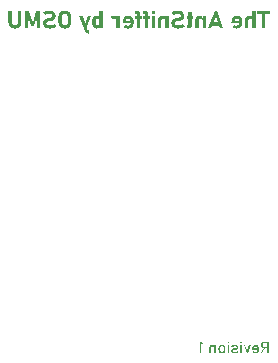
<source format=gbr>
%TF.GenerationSoftware,KiCad,Pcbnew,7.0.2*%
%TF.CreationDate,2023-11-04T13:58:57-04:00*%
%TF.ProjectId,AntSniffer,416e7453-6e69-4666-9665-722e6b696361,rev?*%
%TF.SameCoordinates,Original*%
%TF.FileFunction,Legend,Bot*%
%TF.FilePolarity,Positive*%
%FSLAX46Y46*%
G04 Gerber Fmt 4.6, Leading zero omitted, Abs format (unit mm)*
G04 Created by KiCad (PCBNEW 7.0.2) date 2023-11-04 13:58:57*
%MOMM*%
%LPD*%
G01*
G04 APERTURE LIST*
%ADD10C,0.300000*%
%ADD11C,0.150000*%
G04 APERTURE END LIST*
D10*
G36*
X192700501Y-44576000D02*
G01*
X192700501Y-43207263D01*
X192419499Y-43207263D01*
X192419499Y-44576000D01*
X192700501Y-44576000D01*
G37*
G36*
X193106432Y-43355640D02*
G01*
X193106432Y-43084897D01*
X192013201Y-43084897D01*
X192013201Y-43355640D01*
X193106432Y-43355640D01*
G37*
G36*
X191910619Y-44576000D02*
G01*
X191910619Y-43084897D01*
X191629618Y-43084897D01*
X191629618Y-44576000D01*
X191910619Y-44576000D01*
G37*
G36*
X191295494Y-44576000D02*
G01*
X191295494Y-43931198D01*
X191296192Y-43911987D01*
X191298287Y-43893921D01*
X191301779Y-43876999D01*
X191306668Y-43861223D01*
X191312953Y-43846591D01*
X191320635Y-43833104D01*
X191329714Y-43820762D01*
X191340190Y-43809565D01*
X191351862Y-43799605D01*
X191364714Y-43790972D01*
X191378744Y-43783668D01*
X191393954Y-43777692D01*
X191410343Y-43773044D01*
X191427911Y-43769723D01*
X191446659Y-43767731D01*
X191461494Y-43767109D01*
X191466586Y-43767067D01*
X191485539Y-43767748D01*
X191503383Y-43769792D01*
X191520115Y-43773198D01*
X191535737Y-43777967D01*
X191550249Y-43784097D01*
X191563649Y-43791591D01*
X191575940Y-43800446D01*
X191587120Y-43810665D01*
X191597080Y-43822033D01*
X191605713Y-43834524D01*
X191613017Y-43848137D01*
X191618993Y-43862871D01*
X191623642Y-43878728D01*
X191626962Y-43895707D01*
X191628954Y-43913808D01*
X191629618Y-43933030D01*
X191651233Y-43697092D01*
X191642404Y-43679415D01*
X191633227Y-43662517D01*
X191623702Y-43646399D01*
X191613830Y-43631060D01*
X191603610Y-43616500D01*
X191593042Y-43602720D01*
X191582126Y-43589719D01*
X191570862Y-43577497D01*
X191559251Y-43566054D01*
X191547292Y-43555390D01*
X191539126Y-43548714D01*
X191526348Y-43539351D01*
X191512881Y-43530910D01*
X191498725Y-43523389D01*
X191483879Y-43516789D01*
X191468345Y-43511110D01*
X191452122Y-43506352D01*
X191435209Y-43502515D01*
X191417607Y-43499598D01*
X191399317Y-43497603D01*
X191380337Y-43496529D01*
X191367301Y-43496324D01*
X191346534Y-43496766D01*
X191326366Y-43498093D01*
X191306795Y-43500304D01*
X191287823Y-43503399D01*
X191269449Y-43507379D01*
X191251673Y-43512244D01*
X191234495Y-43517992D01*
X191217916Y-43524626D01*
X191201935Y-43532143D01*
X191186552Y-43540545D01*
X191171767Y-43549832D01*
X191157580Y-43560003D01*
X191143992Y-43571058D01*
X191131002Y-43582998D01*
X191118610Y-43595822D01*
X191106816Y-43609531D01*
X191095636Y-43624049D01*
X191085178Y-43639303D01*
X191075440Y-43655293D01*
X191066424Y-43672019D01*
X191058130Y-43689480D01*
X191050556Y-43707676D01*
X191043704Y-43726608D01*
X191037573Y-43746276D01*
X191032164Y-43766679D01*
X191027475Y-43787818D01*
X191023508Y-43809693D01*
X191020263Y-43832303D01*
X191017738Y-43855649D01*
X191015935Y-43879730D01*
X191014853Y-43904547D01*
X191014492Y-43930099D01*
X191014492Y-44576000D01*
X191295494Y-44576000D01*
G37*
G36*
X190282130Y-44591387D02*
G01*
X190310668Y-44590900D01*
X190338396Y-44589440D01*
X190365313Y-44587008D01*
X190391421Y-44583602D01*
X190416719Y-44579222D01*
X190441207Y-44573870D01*
X190464884Y-44567544D01*
X190487752Y-44560246D01*
X190509810Y-44551974D01*
X190531057Y-44542729D01*
X190551495Y-44532511D01*
X190571123Y-44521320D01*
X190589941Y-44509155D01*
X190607948Y-44496018D01*
X190625146Y-44481907D01*
X190641533Y-44466823D01*
X190656972Y-44450850D01*
X190671415Y-44434073D01*
X190684862Y-44416492D01*
X190697312Y-44398107D01*
X190708767Y-44378917D01*
X190719226Y-44358923D01*
X190728688Y-44338125D01*
X190737155Y-44316522D01*
X190744625Y-44294115D01*
X190751099Y-44270904D01*
X190756578Y-44246888D01*
X190761060Y-44222069D01*
X190764546Y-44196445D01*
X190767036Y-44170016D01*
X190768530Y-44142784D01*
X190769028Y-44114747D01*
X190769028Y-43994579D01*
X190768909Y-43979824D01*
X190767953Y-43950944D01*
X190766041Y-43922906D01*
X190763173Y-43895709D01*
X190759349Y-43869354D01*
X190754569Y-43843840D01*
X190748833Y-43819167D01*
X190742141Y-43795337D01*
X190734493Y-43772347D01*
X190725890Y-43750199D01*
X190716330Y-43728893D01*
X190705814Y-43708428D01*
X190694342Y-43688805D01*
X190681914Y-43670023D01*
X190668531Y-43652082D01*
X190654191Y-43634984D01*
X190646663Y-43626750D01*
X190630928Y-43610956D01*
X190614405Y-43596181D01*
X190597096Y-43582425D01*
X190579000Y-43569688D01*
X190560116Y-43557971D01*
X190540446Y-43547272D01*
X190519988Y-43537591D01*
X190498743Y-43528930D01*
X190476711Y-43521288D01*
X190453892Y-43514665D01*
X190430286Y-43509061D01*
X190405893Y-43504476D01*
X190380712Y-43500909D01*
X190354745Y-43498362D01*
X190327990Y-43496833D01*
X190300448Y-43496324D01*
X190274401Y-43496931D01*
X190249106Y-43498751D01*
X190224564Y-43501785D01*
X190200774Y-43506033D01*
X190177738Y-43511494D01*
X190155454Y-43518168D01*
X190133923Y-43526057D01*
X190113145Y-43535159D01*
X190093119Y-43545474D01*
X190073846Y-43557003D01*
X190055326Y-43569746D01*
X190037559Y-43583702D01*
X190020545Y-43598872D01*
X190004283Y-43615255D01*
X189988774Y-43632852D01*
X189974018Y-43651662D01*
X189960043Y-43671575D01*
X189946970Y-43692478D01*
X189934798Y-43714371D01*
X189923528Y-43737254D01*
X189913160Y-43761128D01*
X189903693Y-43785992D01*
X189895128Y-43811847D01*
X189887464Y-43838691D01*
X189880702Y-43866527D01*
X189874842Y-43895352D01*
X189872250Y-43910136D01*
X189869883Y-43925168D01*
X189867742Y-43940447D01*
X189865826Y-43955974D01*
X189864135Y-43971748D01*
X189862670Y-43987770D01*
X189861431Y-44004040D01*
X189860416Y-44020557D01*
X189859627Y-44037322D01*
X189859064Y-44054334D01*
X189858726Y-44071594D01*
X189858613Y-44089101D01*
X189858613Y-44158711D01*
X190586579Y-44158711D01*
X190586579Y-43968934D01*
X190114702Y-43968934D01*
X190117999Y-43944387D01*
X190120434Y-43927640D01*
X190123482Y-43911608D01*
X190127141Y-43896290D01*
X190131411Y-43881688D01*
X190136294Y-43867800D01*
X190143756Y-43850395D01*
X190152305Y-43834260D01*
X190161942Y-43819397D01*
X190172667Y-43805804D01*
X190175518Y-43802605D01*
X190187568Y-43790669D01*
X190200637Y-43780325D01*
X190214725Y-43771572D01*
X190229832Y-43764411D01*
X190245957Y-43758841D01*
X190263102Y-43754863D01*
X190281266Y-43752476D01*
X190300448Y-43751680D01*
X190319077Y-43752211D01*
X190336907Y-43753805D01*
X190353939Y-43756462D01*
X190370172Y-43760181D01*
X190385607Y-43764962D01*
X190400243Y-43770807D01*
X190414080Y-43777714D01*
X190427119Y-43785683D01*
X190439359Y-43794715D01*
X190450801Y-43804810D01*
X190457985Y-43812130D01*
X190467937Y-43823906D01*
X190476910Y-43836563D01*
X190484904Y-43850103D01*
X190491919Y-43864526D01*
X190497956Y-43879830D01*
X190503013Y-43896017D01*
X190507092Y-43913087D01*
X190510192Y-43931038D01*
X190512313Y-43949872D01*
X190513455Y-43969588D01*
X190513672Y-43983222D01*
X190513672Y-44118777D01*
X190513138Y-44138682D01*
X190511534Y-44157730D01*
X190508862Y-44175922D01*
X190505120Y-44193258D01*
X190500309Y-44209736D01*
X190494430Y-44225359D01*
X190487481Y-44240125D01*
X190479463Y-44254034D01*
X190470376Y-44267087D01*
X190460220Y-44279283D01*
X190452856Y-44286938D01*
X190440959Y-44297545D01*
X190428212Y-44307108D01*
X190414615Y-44315628D01*
X190400168Y-44323105D01*
X190384871Y-44329539D01*
X190368724Y-44334929D01*
X190351726Y-44339276D01*
X190333879Y-44342580D01*
X190315182Y-44344840D01*
X190295634Y-44346057D01*
X190282130Y-44346289D01*
X190264526Y-44345806D01*
X190246975Y-44344357D01*
X190229478Y-44341942D01*
X190212034Y-44338561D01*
X190194645Y-44334214D01*
X190177308Y-44328901D01*
X190170389Y-44326505D01*
X190156633Y-44321205D01*
X190139905Y-44313838D01*
X190123696Y-44305648D01*
X190108006Y-44296636D01*
X190092834Y-44286801D01*
X190078182Y-44276143D01*
X190069639Y-44269353D01*
X189886090Y-44432385D01*
X189901864Y-44446305D01*
X189917998Y-44459626D01*
X189934493Y-44472348D01*
X189951349Y-44484471D01*
X189968565Y-44495996D01*
X189986142Y-44506921D01*
X190004080Y-44517248D01*
X190022378Y-44526975D01*
X190041037Y-44536104D01*
X190060056Y-44544634D01*
X190072936Y-44549988D01*
X190092330Y-44557386D01*
X190111769Y-44564057D01*
X190131254Y-44570000D01*
X190150783Y-44575215D01*
X190170357Y-44579703D01*
X190189977Y-44583463D01*
X190209641Y-44586495D01*
X190229351Y-44588799D01*
X190249105Y-44590376D01*
X190268905Y-44591225D01*
X190282130Y-44591387D01*
G37*
G36*
X189173145Y-44576000D02*
G01*
X188603083Y-43084897D01*
X188424663Y-43084897D01*
X187854600Y-44576000D01*
X188156851Y-44576000D01*
X188513690Y-43557873D01*
X188870529Y-44576000D01*
X189173145Y-44576000D01*
G37*
G36*
X188899471Y-44337130D02*
G01*
X188899471Y-44066387D01*
X188115085Y-44066387D01*
X188115085Y-44337130D01*
X188899471Y-44337130D01*
G37*
G36*
X187691568Y-44576000D02*
G01*
X187691568Y-43511711D01*
X187410567Y-43511711D01*
X187410567Y-44576000D01*
X187691568Y-44576000D01*
G37*
G36*
X187076443Y-44576000D02*
G01*
X187076443Y-43931198D01*
X187077141Y-43911987D01*
X187079236Y-43893921D01*
X187082728Y-43876999D01*
X187087617Y-43861223D01*
X187093902Y-43846591D01*
X187101585Y-43833104D01*
X187110663Y-43820762D01*
X187121139Y-43809565D01*
X187132811Y-43799605D01*
X187145663Y-43790972D01*
X187159693Y-43783668D01*
X187174903Y-43777692D01*
X187191292Y-43773044D01*
X187208861Y-43769723D01*
X187227608Y-43767731D01*
X187242443Y-43767109D01*
X187247535Y-43767067D01*
X187266489Y-43767748D01*
X187284332Y-43769792D01*
X187301064Y-43773198D01*
X187316686Y-43777967D01*
X187331198Y-43784097D01*
X187344599Y-43791591D01*
X187356889Y-43800446D01*
X187368069Y-43810665D01*
X187378029Y-43822113D01*
X187386662Y-43834661D01*
X187393966Y-43848308D01*
X187399942Y-43863055D01*
X187404591Y-43878900D01*
X187407911Y-43895844D01*
X187409903Y-43913888D01*
X187410567Y-43933030D01*
X187432182Y-43697092D01*
X187423353Y-43679415D01*
X187414176Y-43662517D01*
X187404651Y-43646399D01*
X187394779Y-43631060D01*
X187384559Y-43616500D01*
X187373991Y-43602720D01*
X187363075Y-43589719D01*
X187351811Y-43577497D01*
X187340200Y-43566054D01*
X187328241Y-43555390D01*
X187320075Y-43548714D01*
X187307297Y-43539351D01*
X187293830Y-43530910D01*
X187279674Y-43523389D01*
X187264828Y-43516789D01*
X187249294Y-43511110D01*
X187233071Y-43506352D01*
X187216158Y-43502515D01*
X187198557Y-43499598D01*
X187180266Y-43497603D01*
X187161286Y-43496529D01*
X187148250Y-43496324D01*
X187127483Y-43496766D01*
X187107315Y-43498093D01*
X187087744Y-43500304D01*
X187068772Y-43503399D01*
X187050398Y-43507379D01*
X187032622Y-43512244D01*
X187015445Y-43517992D01*
X186998865Y-43524626D01*
X186982884Y-43532143D01*
X186967501Y-43540545D01*
X186952716Y-43549832D01*
X186938530Y-43560003D01*
X186924941Y-43571058D01*
X186911951Y-43582998D01*
X186899559Y-43595822D01*
X186887765Y-43609531D01*
X186876585Y-43624049D01*
X186866127Y-43639303D01*
X186856390Y-43655293D01*
X186847374Y-43672019D01*
X186839079Y-43689480D01*
X186831505Y-43707676D01*
X186824653Y-43726608D01*
X186818522Y-43746276D01*
X186813113Y-43766679D01*
X186808424Y-43787818D01*
X186804457Y-43809693D01*
X186801212Y-43832303D01*
X186798687Y-43855649D01*
X186796884Y-43879730D01*
X186795802Y-43904547D01*
X186795441Y-43930099D01*
X186795441Y-44576000D01*
X187076443Y-44576000D01*
G37*
G36*
X186221715Y-44581129D02*
G01*
X186239179Y-44580845D01*
X186256033Y-44579995D01*
X186272277Y-44578578D01*
X186287912Y-44576595D01*
X186302938Y-44574045D01*
X186317353Y-44570928D01*
X186337833Y-44565190D01*
X186356942Y-44558176D01*
X186374679Y-44549888D01*
X186391044Y-44540325D01*
X186406037Y-44529486D01*
X186419659Y-44517373D01*
X186427978Y-44508588D01*
X186439370Y-44494358D01*
X186449642Y-44479007D01*
X186458793Y-44462536D01*
X186466824Y-44444944D01*
X186473734Y-44426232D01*
X186479524Y-44406399D01*
X186484193Y-44385445D01*
X186486683Y-44370853D01*
X186488675Y-44355764D01*
X186490169Y-44340176D01*
X186491165Y-44324090D01*
X186491663Y-44307507D01*
X186491725Y-44299028D01*
X186491725Y-43202133D01*
X186210724Y-43202133D01*
X186210724Y-44229419D01*
X186209988Y-44245300D01*
X186207343Y-44261517D01*
X186202775Y-44275673D01*
X186195337Y-44289136D01*
X186184324Y-44300342D01*
X186170521Y-44307397D01*
X186155712Y-44310199D01*
X186150274Y-44310385D01*
X186080298Y-44310385D01*
X186080298Y-44581129D01*
X186221715Y-44581129D01*
G37*
G36*
X186601268Y-43751680D02*
G01*
X186601268Y-43511711D01*
X186080298Y-43511711D01*
X186080298Y-43751680D01*
X186601268Y-43751680D01*
G37*
G36*
X185345738Y-44591387D02*
G01*
X185365689Y-44591197D01*
X185385563Y-44590627D01*
X185405359Y-44589677D01*
X185425079Y-44588347D01*
X185444721Y-44586637D01*
X185464285Y-44584548D01*
X185483773Y-44582078D01*
X185503183Y-44579228D01*
X185522516Y-44575998D01*
X185541771Y-44572389D01*
X185554566Y-44569771D01*
X185573553Y-44565545D01*
X185592321Y-44560970D01*
X185610870Y-44556048D01*
X185629201Y-44550778D01*
X185647312Y-44545160D01*
X185665205Y-44539194D01*
X185682878Y-44532881D01*
X185700333Y-44526220D01*
X185717568Y-44519211D01*
X185734585Y-44511854D01*
X185745808Y-44506757D01*
X185762349Y-44498843D01*
X185778587Y-44490627D01*
X185794523Y-44482108D01*
X185810156Y-44473286D01*
X185825487Y-44464161D01*
X185840514Y-44454734D01*
X185855239Y-44445005D01*
X185869662Y-44434972D01*
X185883781Y-44424637D01*
X185897598Y-44413999D01*
X185906642Y-44406739D01*
X185776582Y-44175197D01*
X185760204Y-44188171D01*
X185743356Y-44200579D01*
X185726038Y-44212420D01*
X185708250Y-44223694D01*
X185689991Y-44234402D01*
X185671263Y-44244543D01*
X185652064Y-44254117D01*
X185632395Y-44263124D01*
X185612256Y-44271565D01*
X185598569Y-44276877D01*
X185584673Y-44281938D01*
X185577647Y-44284374D01*
X185563517Y-44289032D01*
X185549339Y-44293390D01*
X185535113Y-44297447D01*
X185520837Y-44301203D01*
X185506513Y-44304660D01*
X185492141Y-44307815D01*
X185477719Y-44310670D01*
X185463249Y-44313225D01*
X185448731Y-44315479D01*
X185434163Y-44317432D01*
X185419547Y-44319085D01*
X185404883Y-44320438D01*
X185390170Y-44321489D01*
X185375408Y-44322241D01*
X185360597Y-44322692D01*
X185345738Y-44322842D01*
X185328805Y-44322660D01*
X185312353Y-44322115D01*
X185296382Y-44321206D01*
X185280891Y-44319934D01*
X185265882Y-44318298D01*
X185251353Y-44316299D01*
X185230462Y-44312618D01*
X185210653Y-44308120D01*
X185191925Y-44302804D01*
X185174279Y-44296670D01*
X185157716Y-44289718D01*
X185142234Y-44281948D01*
X185132514Y-44276314D01*
X185118961Y-44267186D01*
X185106741Y-44257389D01*
X185095854Y-44246921D01*
X185086301Y-44235784D01*
X185075636Y-44219893D01*
X185067341Y-44202812D01*
X185061416Y-44184539D01*
X185058528Y-44170054D01*
X185056973Y-44154898D01*
X185056677Y-44144422D01*
X185056677Y-44143323D01*
X185057272Y-44127673D01*
X185059058Y-44112961D01*
X185062965Y-44095891D01*
X185068732Y-44080289D01*
X185076360Y-44066153D01*
X185085848Y-44053484D01*
X185094778Y-44044405D01*
X185107170Y-44034081D01*
X185120760Y-44024634D01*
X185135549Y-44016064D01*
X185151536Y-44008370D01*
X185165189Y-44002845D01*
X185179609Y-43997882D01*
X185194796Y-43993480D01*
X185210441Y-43989445D01*
X185226418Y-43985581D01*
X185242727Y-43981888D01*
X185259368Y-43978368D01*
X185276341Y-43975019D01*
X185293646Y-43971842D01*
X185311283Y-43968837D01*
X185329252Y-43966003D01*
X185345620Y-43963407D01*
X185362027Y-43960701D01*
X185378472Y-43957885D01*
X185394957Y-43954961D01*
X185411480Y-43951926D01*
X185428041Y-43948782D01*
X185444641Y-43945529D01*
X185461280Y-43942166D01*
X185477958Y-43938694D01*
X185494674Y-43935112D01*
X185505839Y-43932664D01*
X185522409Y-43928680D01*
X185538735Y-43924283D01*
X185554815Y-43919475D01*
X185570651Y-43914254D01*
X185586242Y-43908621D01*
X185601589Y-43902576D01*
X185616691Y-43896119D01*
X185631548Y-43889250D01*
X185646160Y-43881968D01*
X185660528Y-43874275D01*
X185669970Y-43868916D01*
X185683729Y-43860414D01*
X185696980Y-43851254D01*
X185709721Y-43841437D01*
X185721954Y-43830963D01*
X185733678Y-43819833D01*
X185744893Y-43808046D01*
X185755600Y-43795601D01*
X185765797Y-43782500D01*
X185775486Y-43768742D01*
X185784667Y-43754327D01*
X185790504Y-43744353D01*
X185798623Y-43728695D01*
X185805943Y-43712084D01*
X185812465Y-43694520D01*
X185818188Y-43676003D01*
X185823112Y-43656533D01*
X185827238Y-43636109D01*
X185830565Y-43614733D01*
X185832340Y-43599952D01*
X185833759Y-43584748D01*
X185834824Y-43569120D01*
X185835534Y-43553069D01*
X185835889Y-43536594D01*
X185835933Y-43528198D01*
X185835933Y-43527099D01*
X185835372Y-43500191D01*
X185833689Y-43474056D01*
X185830884Y-43448694D01*
X185826957Y-43424104D01*
X185821908Y-43400288D01*
X185815738Y-43377244D01*
X185808445Y-43354973D01*
X185800030Y-43333475D01*
X185790493Y-43312750D01*
X185779834Y-43292797D01*
X185768053Y-43273617D01*
X185755150Y-43255211D01*
X185741125Y-43237576D01*
X185725978Y-43220715D01*
X185709709Y-43204626D01*
X185692319Y-43189311D01*
X185673903Y-43174848D01*
X185654560Y-43161318D01*
X185634290Y-43148722D01*
X185613092Y-43137058D01*
X185590967Y-43126328D01*
X185567915Y-43116530D01*
X185543935Y-43107666D01*
X185519028Y-43099735D01*
X185493194Y-43092737D01*
X185466432Y-43086671D01*
X185438743Y-43081540D01*
X185410126Y-43077341D01*
X185395470Y-43075591D01*
X185380583Y-43074075D01*
X185365463Y-43072792D01*
X185350111Y-43071742D01*
X185334528Y-43070926D01*
X185318713Y-43070343D01*
X185302666Y-43069993D01*
X185286387Y-43069876D01*
X185271259Y-43070035D01*
X185256099Y-43070511D01*
X185240908Y-43071306D01*
X185225685Y-43072418D01*
X185210431Y-43073847D01*
X185195145Y-43075595D01*
X185179828Y-43077660D01*
X185164479Y-43080043D01*
X185149099Y-43082743D01*
X185133687Y-43085761D01*
X185118244Y-43089097D01*
X185102770Y-43092751D01*
X185087264Y-43096722D01*
X185071726Y-43101011D01*
X185056157Y-43105618D01*
X185040557Y-43110542D01*
X185024963Y-43115714D01*
X185009507Y-43121156D01*
X184994189Y-43126866D01*
X184979007Y-43132845D01*
X184963963Y-43139093D01*
X184949057Y-43145610D01*
X184934288Y-43152397D01*
X184919656Y-43159452D01*
X184905162Y-43166776D01*
X184890805Y-43174370D01*
X184876586Y-43182232D01*
X184862503Y-43190364D01*
X184848559Y-43198765D01*
X184834751Y-43207434D01*
X184821081Y-43216373D01*
X184807549Y-43225581D01*
X184926251Y-43463351D01*
X184942465Y-43452265D01*
X184958820Y-43441674D01*
X184975317Y-43431579D01*
X184991956Y-43421981D01*
X185008736Y-43412878D01*
X185025659Y-43404271D01*
X185042722Y-43396160D01*
X185059928Y-43388544D01*
X185077275Y-43381425D01*
X185094764Y-43374801D01*
X185106502Y-43370661D01*
X185124020Y-43364899D01*
X185141403Y-43359704D01*
X185158650Y-43355076D01*
X185175762Y-43351015D01*
X185192739Y-43347520D01*
X185209581Y-43344592D01*
X185226287Y-43342231D01*
X185242858Y-43340436D01*
X185259294Y-43339208D01*
X185275595Y-43338547D01*
X185286387Y-43338421D01*
X185302281Y-43338587D01*
X185317723Y-43339085D01*
X185332712Y-43339915D01*
X185354348Y-43341783D01*
X185374967Y-43344397D01*
X185394568Y-43347759D01*
X185413152Y-43351868D01*
X185430718Y-43356723D01*
X185447267Y-43362326D01*
X185462798Y-43368676D01*
X185477311Y-43375773D01*
X185486422Y-43380919D01*
X185499058Y-43389190D01*
X185513973Y-43401160D01*
X185526679Y-43414206D01*
X185537174Y-43428328D01*
X185545461Y-43443527D01*
X185551537Y-43459801D01*
X185555404Y-43477152D01*
X185557061Y-43495579D01*
X185557130Y-43500354D01*
X185557130Y-43501453D01*
X185556472Y-43518861D01*
X185554497Y-43535182D01*
X185551205Y-43550414D01*
X185546597Y-43564559D01*
X185538985Y-43580711D01*
X185529317Y-43595164D01*
X185517590Y-43607917D01*
X185514998Y-43610263D01*
X185501215Y-43621256D01*
X185486197Y-43631336D01*
X185473294Y-43638744D01*
X185459601Y-43645567D01*
X185445119Y-43651807D01*
X185429846Y-43657463D01*
X185413783Y-43662535D01*
X185405455Y-43664852D01*
X185388351Y-43669299D01*
X185370925Y-43673667D01*
X185353180Y-43677955D01*
X185335113Y-43682162D01*
X185316726Y-43686290D01*
X185298019Y-43690337D01*
X185278991Y-43694304D01*
X185264510Y-43697226D01*
X185259642Y-43698191D01*
X185243509Y-43701350D01*
X185227395Y-43704644D01*
X185211301Y-43708073D01*
X185195225Y-43711637D01*
X185179169Y-43715337D01*
X185163133Y-43719172D01*
X185147115Y-43723142D01*
X185131117Y-43727248D01*
X185115138Y-43731489D01*
X185099179Y-43735865D01*
X185088550Y-43738857D01*
X185072673Y-43743574D01*
X185057054Y-43748659D01*
X185041693Y-43754110D01*
X185026589Y-43759929D01*
X185011743Y-43766114D01*
X184997154Y-43772667D01*
X184982823Y-43779587D01*
X184968749Y-43786874D01*
X184954933Y-43794528D01*
X184941375Y-43802549D01*
X184932479Y-43808100D01*
X184919476Y-43816849D01*
X184906981Y-43826196D01*
X184894995Y-43836143D01*
X184883518Y-43846688D01*
X184872550Y-43857833D01*
X184862090Y-43869576D01*
X184852139Y-43881918D01*
X184842697Y-43894860D01*
X184833764Y-43908400D01*
X184825339Y-43922539D01*
X184820005Y-43932297D01*
X184812476Y-43947482D01*
X184805687Y-43963497D01*
X184799639Y-43980343D01*
X184794331Y-43998020D01*
X184789764Y-44016527D01*
X184785938Y-44035866D01*
X184782852Y-44056035D01*
X184780507Y-44077034D01*
X184778902Y-44098865D01*
X184778244Y-44113880D01*
X184777914Y-44129264D01*
X184777873Y-44137095D01*
X184777873Y-44139293D01*
X184778454Y-44165799D01*
X184780197Y-44191552D01*
X184783103Y-44216552D01*
X184787170Y-44240799D01*
X184792399Y-44264294D01*
X184798790Y-44287035D01*
X184806344Y-44309024D01*
X184815059Y-44330261D01*
X184824937Y-44350744D01*
X184835976Y-44370475D01*
X184848178Y-44389453D01*
X184861542Y-44407678D01*
X184876068Y-44425150D01*
X184891755Y-44441870D01*
X184908605Y-44457837D01*
X184926617Y-44473051D01*
X184945642Y-44487381D01*
X184965624Y-44500786D01*
X184986561Y-44513267D01*
X185008454Y-44524823D01*
X185031303Y-44535455D01*
X185055108Y-44545162D01*
X185079869Y-44553945D01*
X185105586Y-44561803D01*
X185132259Y-44568737D01*
X185159888Y-44574746D01*
X185188473Y-44579831D01*
X185203124Y-44582026D01*
X185218014Y-44583991D01*
X185233143Y-44585724D01*
X185248511Y-44587227D01*
X185264118Y-44588498D01*
X185279964Y-44589538D01*
X185296049Y-44590347D01*
X185312373Y-44590925D01*
X185328936Y-44591271D01*
X185345738Y-44591387D01*
G37*
G36*
X184542301Y-44576000D02*
G01*
X184542301Y-43511711D01*
X184261300Y-43511711D01*
X184261300Y-44576000D01*
X184542301Y-44576000D01*
G37*
G36*
X183927175Y-44576000D02*
G01*
X183927175Y-43931198D01*
X183927874Y-43911987D01*
X183929969Y-43893921D01*
X183933461Y-43876999D01*
X183938350Y-43861223D01*
X183944635Y-43846591D01*
X183952317Y-43833104D01*
X183961396Y-43820762D01*
X183971872Y-43809565D01*
X183983544Y-43799605D01*
X183996395Y-43790972D01*
X184010426Y-43783668D01*
X184025636Y-43777692D01*
X184042025Y-43773044D01*
X184059593Y-43769723D01*
X184078341Y-43767731D01*
X184093175Y-43767109D01*
X184098268Y-43767067D01*
X184117221Y-43767748D01*
X184135064Y-43769792D01*
X184151797Y-43773198D01*
X184167419Y-43777967D01*
X184181930Y-43784097D01*
X184195331Y-43791591D01*
X184207622Y-43800446D01*
X184218801Y-43810665D01*
X184228762Y-43822113D01*
X184237394Y-43834661D01*
X184244699Y-43848308D01*
X184250675Y-43863055D01*
X184255323Y-43878900D01*
X184258644Y-43895844D01*
X184260636Y-43913888D01*
X184261300Y-43933030D01*
X184282915Y-43697092D01*
X184274086Y-43679415D01*
X184264909Y-43662517D01*
X184255384Y-43646399D01*
X184245512Y-43631060D01*
X184235291Y-43616500D01*
X184224723Y-43602720D01*
X184213808Y-43589719D01*
X184202544Y-43577497D01*
X184190933Y-43566054D01*
X184178974Y-43555390D01*
X184170808Y-43548714D01*
X184158030Y-43539351D01*
X184144563Y-43530910D01*
X184130406Y-43523389D01*
X184115561Y-43516789D01*
X184100027Y-43511110D01*
X184083803Y-43506352D01*
X184066891Y-43502515D01*
X184049289Y-43499598D01*
X184030999Y-43497603D01*
X184012019Y-43496529D01*
X183998983Y-43496324D01*
X183978216Y-43496766D01*
X183958047Y-43498093D01*
X183938477Y-43500304D01*
X183919505Y-43503399D01*
X183901131Y-43507379D01*
X183883355Y-43512244D01*
X183866177Y-43517992D01*
X183849598Y-43524626D01*
X183833617Y-43532143D01*
X183818234Y-43540545D01*
X183803449Y-43549832D01*
X183789262Y-43560003D01*
X183775674Y-43571058D01*
X183762684Y-43582998D01*
X183750292Y-43595822D01*
X183738498Y-43609531D01*
X183727318Y-43624049D01*
X183716860Y-43639303D01*
X183707122Y-43655293D01*
X183698106Y-43672019D01*
X183689812Y-43689480D01*
X183682238Y-43707676D01*
X183675386Y-43726608D01*
X183669255Y-43746276D01*
X183663845Y-43766679D01*
X183659157Y-43787818D01*
X183655190Y-43809693D01*
X183651944Y-43832303D01*
X183649420Y-43855649D01*
X183647617Y-43879730D01*
X183646535Y-43904547D01*
X183646174Y-43930099D01*
X183646174Y-44576000D01*
X183927175Y-44576000D01*
G37*
G36*
X183385323Y-43365898D02*
G01*
X183385323Y-43084897D01*
X183104321Y-43084897D01*
X183104321Y-43365898D01*
X183385323Y-43365898D01*
G37*
G36*
X183385323Y-44576000D02*
G01*
X183385323Y-43511711D01*
X183104321Y-43511711D01*
X183104321Y-44576000D01*
X183385323Y-44576000D01*
G37*
G36*
X182813062Y-44576000D02*
G01*
X182813062Y-43366997D01*
X182812810Y-43349730D01*
X182812054Y-43333006D01*
X182810795Y-43316826D01*
X182809032Y-43301189D01*
X182806765Y-43286097D01*
X182803994Y-43271548D01*
X182798894Y-43250745D01*
X182792660Y-43231165D01*
X182785292Y-43212809D01*
X182776792Y-43195676D01*
X182767157Y-43179767D01*
X182756390Y-43165082D01*
X182748582Y-43155972D01*
X182735857Y-43143270D01*
X182721864Y-43131817D01*
X182706603Y-43121614D01*
X182690072Y-43112660D01*
X182672273Y-43104956D01*
X182653205Y-43098501D01*
X182632869Y-43093295D01*
X182611264Y-43089339D01*
X182596155Y-43087396D01*
X182580483Y-43086007D01*
X182564247Y-43085175D01*
X182547448Y-43084897D01*
X182352908Y-43084897D01*
X182352908Y-43335124D01*
X182471610Y-43335124D01*
X182486448Y-43336635D01*
X182500513Y-43341948D01*
X182512878Y-43352338D01*
X182517772Y-43359304D01*
X182524679Y-43373601D01*
X182529325Y-43389288D01*
X182531558Y-43404401D01*
X182532060Y-43416457D01*
X182532060Y-44576000D01*
X182813062Y-44576000D01*
G37*
G36*
X182925902Y-43751680D02*
G01*
X182925902Y-43511711D01*
X182352908Y-43511711D01*
X182352908Y-43751680D01*
X182925902Y-43751680D01*
G37*
G36*
X182147744Y-44576000D02*
G01*
X182147744Y-43366997D01*
X182147492Y-43349730D01*
X182146737Y-43333006D01*
X182145477Y-43316826D01*
X182143714Y-43301189D01*
X182141447Y-43286097D01*
X182138677Y-43271548D01*
X182133576Y-43250745D01*
X182127342Y-43231165D01*
X182119975Y-43212809D01*
X182111474Y-43195676D01*
X182101840Y-43179767D01*
X182091072Y-43165082D01*
X182083264Y-43155972D01*
X182070540Y-43143270D01*
X182056547Y-43131817D01*
X182041285Y-43121614D01*
X182024755Y-43112660D01*
X182006956Y-43104956D01*
X181987888Y-43098501D01*
X181967551Y-43093295D01*
X181945946Y-43089339D01*
X181930838Y-43087396D01*
X181915166Y-43086007D01*
X181898930Y-43085175D01*
X181882130Y-43084897D01*
X181687591Y-43084897D01*
X181687591Y-43335124D01*
X181806293Y-43335124D01*
X181821130Y-43336635D01*
X181835195Y-43341948D01*
X181847560Y-43352338D01*
X181852455Y-43359304D01*
X181859362Y-43373601D01*
X181864008Y-43389288D01*
X181866241Y-43404401D01*
X181866743Y-43416457D01*
X181866743Y-44576000D01*
X182147744Y-44576000D01*
G37*
G36*
X182260584Y-43751680D02*
G01*
X182260584Y-43511711D01*
X181687591Y-43511711D01*
X181687591Y-43751680D01*
X182260584Y-43751680D01*
G37*
G36*
X181087852Y-44591387D02*
G01*
X181116390Y-44590900D01*
X181144118Y-44589440D01*
X181171036Y-44587008D01*
X181197143Y-44583602D01*
X181222441Y-44579222D01*
X181246929Y-44573870D01*
X181270607Y-44567544D01*
X181293474Y-44560246D01*
X181315532Y-44551974D01*
X181336780Y-44542729D01*
X181357217Y-44532511D01*
X181376845Y-44521320D01*
X181395663Y-44509155D01*
X181413670Y-44496018D01*
X181430868Y-44481907D01*
X181447256Y-44466823D01*
X181462695Y-44450850D01*
X181477137Y-44434073D01*
X181490584Y-44416492D01*
X181503035Y-44398107D01*
X181514489Y-44378917D01*
X181524948Y-44358923D01*
X181534410Y-44338125D01*
X181542877Y-44316522D01*
X181550347Y-44294115D01*
X181556822Y-44270904D01*
X181562300Y-44246888D01*
X181566782Y-44222069D01*
X181570268Y-44196445D01*
X181572758Y-44170016D01*
X181574252Y-44142784D01*
X181574751Y-44114747D01*
X181574751Y-43994579D01*
X181574631Y-43979824D01*
X181573675Y-43950944D01*
X181571763Y-43922906D01*
X181568895Y-43895709D01*
X181565071Y-43869354D01*
X181560291Y-43843840D01*
X181554555Y-43819167D01*
X181547864Y-43795337D01*
X181540216Y-43772347D01*
X181531612Y-43750199D01*
X181522052Y-43728893D01*
X181511536Y-43708428D01*
X181500064Y-43688805D01*
X181487637Y-43670023D01*
X181474253Y-43652082D01*
X181459913Y-43634984D01*
X181452385Y-43626750D01*
X181436650Y-43610956D01*
X181420128Y-43596181D01*
X181402818Y-43582425D01*
X181384722Y-43569688D01*
X181365838Y-43557971D01*
X181346168Y-43547272D01*
X181325710Y-43537591D01*
X181304465Y-43528930D01*
X181282433Y-43521288D01*
X181259614Y-43514665D01*
X181236008Y-43509061D01*
X181211615Y-43504476D01*
X181186434Y-43500909D01*
X181160467Y-43498362D01*
X181133712Y-43496833D01*
X181106171Y-43496324D01*
X181080123Y-43496931D01*
X181054828Y-43498751D01*
X181030286Y-43501785D01*
X181006497Y-43506033D01*
X180983460Y-43511494D01*
X180961176Y-43518168D01*
X180939645Y-43526057D01*
X180918867Y-43535159D01*
X180898841Y-43545474D01*
X180879569Y-43557003D01*
X180861049Y-43569746D01*
X180843281Y-43583702D01*
X180826267Y-43598872D01*
X180810005Y-43615255D01*
X180794496Y-43632852D01*
X180779740Y-43651662D01*
X180765765Y-43671575D01*
X180752692Y-43692478D01*
X180740520Y-43714371D01*
X180729250Y-43737254D01*
X180718882Y-43761128D01*
X180709415Y-43785992D01*
X180700850Y-43811847D01*
X180693186Y-43838691D01*
X180686424Y-43866527D01*
X180680564Y-43895352D01*
X180677972Y-43910136D01*
X180675605Y-43925168D01*
X180673464Y-43940447D01*
X180671548Y-43955974D01*
X180669858Y-43971748D01*
X180668392Y-43987770D01*
X180667153Y-44004040D01*
X180666138Y-44020557D01*
X180665350Y-44037322D01*
X180664786Y-44054334D01*
X180664448Y-44071594D01*
X180664335Y-44089101D01*
X180664335Y-44158711D01*
X181392301Y-44158711D01*
X181392301Y-43968934D01*
X180920424Y-43968934D01*
X180923721Y-43944387D01*
X180926157Y-43927640D01*
X180929204Y-43911608D01*
X180932863Y-43896290D01*
X180937134Y-43881688D01*
X180942016Y-43867800D01*
X180949478Y-43850395D01*
X180958027Y-43834260D01*
X180967665Y-43819397D01*
X180978389Y-43805804D01*
X180981240Y-43802605D01*
X180993290Y-43790669D01*
X181006359Y-43780325D01*
X181020447Y-43771572D01*
X181035554Y-43764411D01*
X181051680Y-43758841D01*
X181068824Y-43754863D01*
X181086988Y-43752476D01*
X181106171Y-43751680D01*
X181124799Y-43752211D01*
X181142630Y-43753805D01*
X181159661Y-43756462D01*
X181175894Y-43760181D01*
X181191329Y-43764962D01*
X181205965Y-43770807D01*
X181219802Y-43777714D01*
X181232841Y-43785683D01*
X181245081Y-43794715D01*
X181256523Y-43804810D01*
X181263707Y-43812130D01*
X181273659Y-43823906D01*
X181282632Y-43836563D01*
X181290626Y-43850103D01*
X181297642Y-43864526D01*
X181303678Y-43879830D01*
X181308736Y-43896017D01*
X181312814Y-43913087D01*
X181315914Y-43931038D01*
X181318035Y-43949872D01*
X181319177Y-43969588D01*
X181319395Y-43983222D01*
X181319395Y-44118777D01*
X181318860Y-44138682D01*
X181317257Y-44157730D01*
X181314584Y-44175922D01*
X181310842Y-44193258D01*
X181306032Y-44209736D01*
X181300152Y-44225359D01*
X181293203Y-44240125D01*
X181285185Y-44254034D01*
X181276099Y-44267087D01*
X181265943Y-44279283D01*
X181258578Y-44286938D01*
X181246681Y-44297545D01*
X181233934Y-44307108D01*
X181220337Y-44315628D01*
X181205890Y-44323105D01*
X181190593Y-44329539D01*
X181174446Y-44334929D01*
X181157449Y-44339276D01*
X181139601Y-44342580D01*
X181120904Y-44344840D01*
X181101356Y-44346057D01*
X181087852Y-44346289D01*
X181070248Y-44345806D01*
X181052697Y-44344357D01*
X181035200Y-44341942D01*
X181017757Y-44338561D01*
X181000367Y-44334214D01*
X180983031Y-44328901D01*
X180976111Y-44326505D01*
X180962355Y-44321205D01*
X180945628Y-44313838D01*
X180929418Y-44305648D01*
X180913728Y-44296636D01*
X180898557Y-44286801D01*
X180883904Y-44276143D01*
X180875361Y-44269353D01*
X180691813Y-44432385D01*
X180707586Y-44446305D01*
X180723721Y-44459626D01*
X180740216Y-44472348D01*
X180757071Y-44484471D01*
X180774288Y-44495996D01*
X180791864Y-44506921D01*
X180809802Y-44517248D01*
X180828100Y-44526975D01*
X180846759Y-44536104D01*
X180865778Y-44544634D01*
X180878658Y-44549988D01*
X180898052Y-44557386D01*
X180917492Y-44564057D01*
X180936976Y-44570000D01*
X180956505Y-44575215D01*
X180976079Y-44579703D01*
X180995699Y-44583463D01*
X181015363Y-44586495D01*
X181035073Y-44588799D01*
X181054828Y-44590376D01*
X181074628Y-44591225D01*
X181087852Y-44591387D01*
G37*
G36*
X180418505Y-44576000D02*
G01*
X180418505Y-43511711D01*
X180116987Y-43511711D01*
X180116987Y-44576000D01*
X180418505Y-44576000D01*
G37*
G36*
X179819866Y-43808100D02*
G01*
X179831628Y-43797548D01*
X179845072Y-43788561D01*
X179858433Y-43781886D01*
X179869325Y-43777692D01*
X179884918Y-43773044D01*
X179899502Y-43770066D01*
X179914962Y-43768105D01*
X179931298Y-43767161D01*
X179938568Y-43767067D01*
X179954170Y-43767550D01*
X179969102Y-43768999D01*
X179987970Y-43772434D01*
X180005647Y-43777586D01*
X180022133Y-43784455D01*
X180037429Y-43793042D01*
X180051534Y-43803346D01*
X180064448Y-43815367D01*
X180070459Y-43822022D01*
X180081364Y-43836339D01*
X180090815Y-43851995D01*
X180098812Y-43868991D01*
X180105355Y-43887326D01*
X180109308Y-43901957D01*
X180112443Y-43917341D01*
X180114761Y-43933479D01*
X180116260Y-43950370D01*
X180116942Y-43968014D01*
X180116987Y-43974063D01*
X180138603Y-43697092D01*
X180130131Y-43679798D01*
X180121202Y-43663226D01*
X180111815Y-43647375D01*
X180101972Y-43632245D01*
X180091671Y-43617837D01*
X180080913Y-43604150D01*
X180069698Y-43591184D01*
X180058025Y-43578939D01*
X180045896Y-43567416D01*
X180033309Y-43556614D01*
X180024663Y-43549813D01*
X180011352Y-43540254D01*
X179997796Y-43531635D01*
X179983995Y-43523957D01*
X179969949Y-43517218D01*
X179955659Y-43511420D01*
X179941124Y-43506562D01*
X179926344Y-43502644D01*
X179911319Y-43499667D01*
X179896050Y-43497630D01*
X179880536Y-43496533D01*
X179870058Y-43496324D01*
X179853594Y-43496656D01*
X179837543Y-43497652D01*
X179821904Y-43499312D01*
X179806677Y-43501636D01*
X179791862Y-43504624D01*
X179777459Y-43508277D01*
X179760035Y-43513776D01*
X179749890Y-43517573D01*
X179733391Y-43524591D01*
X179717554Y-43532593D01*
X179702379Y-43541578D01*
X179687866Y-43551548D01*
X179674014Y-43562501D01*
X179660825Y-43574438D01*
X179655734Y-43579489D01*
X179819866Y-43808100D01*
G37*
G36*
X178432444Y-44591387D02*
G01*
X178449670Y-44590968D01*
X178466452Y-44589712D01*
X178482789Y-44587619D01*
X178498682Y-44584689D01*
X178514130Y-44580922D01*
X178529134Y-44576317D01*
X178543694Y-44570875D01*
X178557809Y-44564596D01*
X178571480Y-44557480D01*
X178584707Y-44549527D01*
X178593278Y-44543759D01*
X178605677Y-44534482D01*
X178617458Y-44524508D01*
X178628621Y-44513839D01*
X178639165Y-44502475D01*
X178649091Y-44490415D01*
X178658399Y-44477659D01*
X178667089Y-44464208D01*
X178675160Y-44450062D01*
X178682614Y-44435220D01*
X178689449Y-44419682D01*
X178693662Y-44408937D01*
X178679374Y-44165672D01*
X178678926Y-44181764D01*
X178677585Y-44197070D01*
X178675349Y-44211589D01*
X178671485Y-44227972D01*
X178666333Y-44243222D01*
X178661055Y-44255064D01*
X178653469Y-44268211D01*
X178644724Y-44280172D01*
X178633055Y-44292629D01*
X178621798Y-44302023D01*
X178609382Y-44310232D01*
X178607200Y-44311484D01*
X178593470Y-44318083D01*
X178578658Y-44323317D01*
X178562764Y-44327185D01*
X178545788Y-44329688D01*
X178530815Y-44330731D01*
X178521471Y-44330902D01*
X178502248Y-44330083D01*
X178484147Y-44327627D01*
X178467169Y-44323534D01*
X178451312Y-44317804D01*
X178436577Y-44310437D01*
X178422964Y-44301432D01*
X178410474Y-44290791D01*
X178399105Y-44278512D01*
X178388887Y-44264744D01*
X178380031Y-44249638D01*
X178372538Y-44233191D01*
X178366407Y-44215405D01*
X178362703Y-44201187D01*
X178359765Y-44186215D01*
X178357594Y-44170490D01*
X178356189Y-44154011D01*
X178355550Y-44136778D01*
X178355508Y-44130867D01*
X178355508Y-43961607D01*
X178355891Y-43943783D01*
X178357040Y-43926719D01*
X178358956Y-43910415D01*
X178361639Y-43894871D01*
X178365087Y-43880087D01*
X178370877Y-43861557D01*
X178378030Y-43844378D01*
X178386545Y-43828550D01*
X178396423Y-43814073D01*
X178399105Y-43810665D01*
X178410474Y-43798042D01*
X178422964Y-43787103D01*
X178436577Y-43777846D01*
X178451312Y-43770273D01*
X178467169Y-43764382D01*
X178484147Y-43760175D01*
X178502248Y-43757650D01*
X178521471Y-43756809D01*
X178536894Y-43757292D01*
X178551567Y-43758741D01*
X178568182Y-43761755D01*
X178583715Y-43766160D01*
X178598167Y-43771956D01*
X178607200Y-43776593D01*
X178619809Y-43784656D01*
X178631260Y-43794006D01*
X178641551Y-43804645D01*
X178650683Y-43816572D01*
X178658655Y-43829787D01*
X178661055Y-43834478D01*
X178667281Y-43849222D01*
X178672218Y-43865150D01*
X178675867Y-43882263D01*
X178677925Y-43897429D01*
X178679087Y-43913418D01*
X178679374Y-43926802D01*
X178700989Y-43691230D01*
X178692648Y-43674090D01*
X178683837Y-43657703D01*
X178674556Y-43642070D01*
X178664805Y-43627190D01*
X178654584Y-43613064D01*
X178643892Y-43599692D01*
X178632731Y-43587072D01*
X178621099Y-43575207D01*
X178608997Y-43564095D01*
X178596425Y-43553736D01*
X178587783Y-43547249D01*
X178574527Y-43538148D01*
X178561001Y-43529942D01*
X178547204Y-43522632D01*
X178533137Y-43516216D01*
X178518800Y-43510696D01*
X178504191Y-43506071D01*
X178489313Y-43502341D01*
X178474164Y-43499507D01*
X178458744Y-43497567D01*
X178443054Y-43496523D01*
X178432444Y-43496324D01*
X178411318Y-43496798D01*
X178390805Y-43498219D01*
X178370904Y-43500587D01*
X178351615Y-43503903D01*
X178332939Y-43508166D01*
X178314876Y-43513377D01*
X178297425Y-43519535D01*
X178280586Y-43526641D01*
X178264360Y-43534693D01*
X178248747Y-43543694D01*
X178233746Y-43553641D01*
X178219358Y-43564536D01*
X178205582Y-43576379D01*
X178192418Y-43589169D01*
X178179867Y-43602906D01*
X178167929Y-43617591D01*
X178156616Y-43633142D01*
X178146033Y-43649481D01*
X178136180Y-43666608D01*
X178127057Y-43684521D01*
X178118663Y-43703221D01*
X178111000Y-43722708D01*
X178104066Y-43742983D01*
X178097862Y-43764045D01*
X178092388Y-43785893D01*
X178087644Y-43808529D01*
X178083630Y-43831952D01*
X178080345Y-43856162D01*
X178077791Y-43881160D01*
X178075966Y-43906944D01*
X178074871Y-43933515D01*
X178074506Y-43960874D01*
X178074506Y-44130867D01*
X178074871Y-44157912D01*
X178075966Y-44184184D01*
X178077791Y-44209684D01*
X178080345Y-44234411D01*
X178083630Y-44258365D01*
X178087644Y-44281546D01*
X178092388Y-44303954D01*
X178097862Y-44325590D01*
X178104066Y-44346452D01*
X178111000Y-44366542D01*
X178118663Y-44385859D01*
X178127057Y-44404404D01*
X178136180Y-44422175D01*
X178146033Y-44439174D01*
X178156616Y-44455400D01*
X178167929Y-44470853D01*
X178179867Y-44485449D01*
X178192418Y-44499103D01*
X178205582Y-44511816D01*
X178219358Y-44523587D01*
X178233746Y-44534416D01*
X178248747Y-44544303D01*
X178264360Y-44553249D01*
X178280586Y-44561253D01*
X178297425Y-44568316D01*
X178314876Y-44574437D01*
X178332939Y-44579616D01*
X178351615Y-44583853D01*
X178370904Y-44587149D01*
X178390805Y-44589503D01*
X178411318Y-44590916D01*
X178432444Y-44591387D01*
G37*
G36*
X178960375Y-44576000D02*
G01*
X178960375Y-43084897D01*
X178679374Y-43084897D01*
X178679374Y-44576000D01*
X178960375Y-44576000D01*
G37*
G36*
X177253850Y-43511711D02*
G01*
X176989335Y-43511711D01*
X177463044Y-44825127D01*
X177470802Y-44845143D01*
X177479101Y-44863973D01*
X177487941Y-44881619D01*
X177497322Y-44898079D01*
X177507244Y-44913355D01*
X177517707Y-44927446D01*
X177528711Y-44940352D01*
X177540256Y-44952072D01*
X177552341Y-44962608D01*
X177564968Y-44971959D01*
X177573686Y-44977535D01*
X177587424Y-44985130D01*
X177602121Y-44991978D01*
X177617778Y-44998078D01*
X177634394Y-45003432D01*
X177651970Y-45008039D01*
X177670505Y-45011899D01*
X177690000Y-45015011D01*
X177710455Y-45017377D01*
X177731869Y-45018995D01*
X177746678Y-45019659D01*
X177761913Y-45019991D01*
X177769691Y-45020033D01*
X177832339Y-45020033D01*
X177832339Y-44747092D01*
X177769691Y-44747092D01*
X177753681Y-44746409D01*
X177738625Y-44744361D01*
X177722263Y-44740246D01*
X177707199Y-44734273D01*
X177695319Y-44727674D01*
X177682699Y-44717899D01*
X177671447Y-44705565D01*
X177662890Y-44692956D01*
X177655338Y-44678466D01*
X177648791Y-44662095D01*
X177253850Y-43511711D01*
G37*
G36*
X177527524Y-44663194D02*
G01*
X177972657Y-43511711D01*
X177708142Y-43511711D01*
X177350204Y-44436415D01*
X177527524Y-44663194D01*
G37*
G36*
X175769181Y-43070142D02*
G01*
X175789212Y-43070941D01*
X175808920Y-43072272D01*
X175828304Y-43074135D01*
X175847365Y-43076531D01*
X175866103Y-43079459D01*
X175884517Y-43082919D01*
X175902607Y-43086912D01*
X175920375Y-43091437D01*
X175937818Y-43096495D01*
X175954939Y-43102085D01*
X175971736Y-43108207D01*
X175988209Y-43114862D01*
X176004359Y-43122049D01*
X176020186Y-43129768D01*
X176035689Y-43138020D01*
X176050772Y-43146754D01*
X176065428Y-43155920D01*
X176079657Y-43165519D01*
X176093460Y-43175549D01*
X176106837Y-43186012D01*
X176119787Y-43196907D01*
X176132311Y-43208234D01*
X176144408Y-43219994D01*
X176156078Y-43232185D01*
X176167323Y-43244809D01*
X176178140Y-43257865D01*
X176188532Y-43271353D01*
X176198497Y-43285274D01*
X176208035Y-43299626D01*
X176217147Y-43314411D01*
X176225832Y-43329628D01*
X176233995Y-43345229D01*
X176241632Y-43361164D01*
X176248741Y-43377434D01*
X176255324Y-43394040D01*
X176261381Y-43410980D01*
X176266911Y-43428255D01*
X176271914Y-43445864D01*
X176276390Y-43463809D01*
X176280340Y-43482089D01*
X176283764Y-43500703D01*
X176286660Y-43519653D01*
X176289030Y-43538937D01*
X176290873Y-43558556D01*
X176292190Y-43578510D01*
X176292980Y-43598799D01*
X176293243Y-43619422D01*
X176293243Y-44041840D01*
X176292980Y-44062290D01*
X176292190Y-44082421D01*
X176290873Y-44102235D01*
X176289030Y-44121731D01*
X176286660Y-44140909D01*
X176283764Y-44159770D01*
X176280340Y-44178313D01*
X176276390Y-44196538D01*
X176271914Y-44214445D01*
X176266911Y-44232035D01*
X176261381Y-44249307D01*
X176255324Y-44266261D01*
X176248741Y-44282898D01*
X176241632Y-44299217D01*
X176233995Y-44315218D01*
X176225832Y-44330902D01*
X176217147Y-44346208D01*
X176208035Y-44361075D01*
X176198497Y-44375505D01*
X176188532Y-44389497D01*
X176178140Y-44403051D01*
X176167323Y-44416167D01*
X176156078Y-44428846D01*
X176144408Y-44441086D01*
X176132311Y-44452888D01*
X176119787Y-44464253D01*
X176106837Y-44475179D01*
X176093460Y-44485668D01*
X176079657Y-44495718D01*
X176065428Y-44505331D01*
X176050772Y-44514506D01*
X176035689Y-44523243D01*
X176020186Y-44531495D01*
X176004359Y-44539214D01*
X175988209Y-44546401D01*
X175971736Y-44553056D01*
X175954939Y-44559178D01*
X175937818Y-44564768D01*
X175920375Y-44569826D01*
X175902607Y-44574351D01*
X175884517Y-44578344D01*
X175866103Y-44581804D01*
X175847365Y-44584732D01*
X175828304Y-44587128D01*
X175808920Y-44588991D01*
X175789212Y-44590322D01*
X175769181Y-44591121D01*
X175748826Y-44591387D01*
X175728473Y-44591121D01*
X175708446Y-44590322D01*
X175688745Y-44588991D01*
X175669371Y-44587128D01*
X175650323Y-44584732D01*
X175631601Y-44581804D01*
X175613205Y-44578344D01*
X175595136Y-44574351D01*
X175577393Y-44569826D01*
X175559977Y-44564768D01*
X175542886Y-44559178D01*
X175526122Y-44553056D01*
X175509684Y-44546401D01*
X175493573Y-44539214D01*
X175477788Y-44531495D01*
X175462329Y-44523243D01*
X175447204Y-44514506D01*
X175432510Y-44505331D01*
X175418249Y-44495718D01*
X175404421Y-44485668D01*
X175391024Y-44475179D01*
X175378060Y-44464253D01*
X175365527Y-44452888D01*
X175353427Y-44441086D01*
X175341759Y-44428846D01*
X175330524Y-44416167D01*
X175319720Y-44403051D01*
X175309349Y-44389497D01*
X175299410Y-44375505D01*
X175289903Y-44361075D01*
X175280828Y-44346208D01*
X175272186Y-44330902D01*
X175263979Y-44315218D01*
X175256301Y-44299217D01*
X175249152Y-44282898D01*
X175242533Y-44266261D01*
X175236444Y-44249307D01*
X175230884Y-44232035D01*
X175225854Y-44214445D01*
X175221353Y-44196538D01*
X175217382Y-44178313D01*
X175213940Y-44159770D01*
X175211027Y-44140909D01*
X175208645Y-44121731D01*
X175206791Y-44102235D01*
X175205468Y-44082421D01*
X175204673Y-44062290D01*
X175204499Y-44048801D01*
X175495668Y-44048801D01*
X175495939Y-44063367D01*
X175497359Y-44084540D01*
X175499996Y-44104901D01*
X175503850Y-44124451D01*
X175508922Y-44143189D01*
X175515210Y-44161116D01*
X175522716Y-44178231D01*
X175531439Y-44194535D01*
X175541379Y-44210027D01*
X175552537Y-44224708D01*
X175564911Y-44238578D01*
X175573702Y-44247273D01*
X175587571Y-44259265D01*
X175602257Y-44269994D01*
X175617762Y-44279461D01*
X175634084Y-44287665D01*
X175651224Y-44294607D01*
X175669182Y-44300287D01*
X175687958Y-44304705D01*
X175707551Y-44307861D01*
X175727963Y-44309754D01*
X175749192Y-44310385D01*
X175763304Y-44310105D01*
X175783813Y-44308632D01*
X175803529Y-44305897D01*
X175822453Y-44301900D01*
X175840584Y-44296641D01*
X175857924Y-44290119D01*
X175874472Y-44282336D01*
X175890227Y-44273290D01*
X175905190Y-44262981D01*
X175919362Y-44251411D01*
X175932741Y-44238578D01*
X175941126Y-44229422D01*
X175952689Y-44215011D01*
X175963034Y-44199789D01*
X175972163Y-44183756D01*
X175980075Y-44166911D01*
X175986769Y-44149255D01*
X175992246Y-44130787D01*
X175996506Y-44111508D01*
X175999549Y-44091417D01*
X176001375Y-44070515D01*
X176001984Y-44048801D01*
X176001984Y-43612095D01*
X176001713Y-43597442D01*
X176000293Y-43576155D01*
X175997656Y-43555698D01*
X175993802Y-43536072D01*
X175988730Y-43517277D01*
X175982441Y-43499313D01*
X175974936Y-43482179D01*
X175966213Y-43465876D01*
X175956272Y-43450404D01*
X175945115Y-43435763D01*
X175932741Y-43421952D01*
X175923908Y-43413301D01*
X175909993Y-43401371D01*
X175895280Y-43390697D01*
X175879768Y-43381278D01*
X175863458Y-43373115D01*
X175846349Y-43366209D01*
X175828441Y-43360557D01*
X175809735Y-43356162D01*
X175790231Y-43353023D01*
X175769928Y-43351139D01*
X175748826Y-43350511D01*
X175734626Y-43350790D01*
X175714003Y-43352255D01*
X175694192Y-43354976D01*
X175675192Y-43358953D01*
X175657003Y-43364185D01*
X175639626Y-43370674D01*
X175623060Y-43378418D01*
X175607306Y-43387418D01*
X175592363Y-43397673D01*
X175578231Y-43409185D01*
X175564911Y-43421952D01*
X175552537Y-43435763D01*
X175541379Y-43450404D01*
X175531439Y-43465876D01*
X175522716Y-43482179D01*
X175515210Y-43499313D01*
X175508922Y-43517277D01*
X175503850Y-43536072D01*
X175499996Y-43555698D01*
X175497359Y-43576155D01*
X175495939Y-43597442D01*
X175495668Y-43612095D01*
X175495668Y-44048801D01*
X175204499Y-44048801D01*
X175204409Y-44041840D01*
X175204409Y-43619422D01*
X175204673Y-43598799D01*
X175205468Y-43578510D01*
X175206791Y-43558556D01*
X175208645Y-43538937D01*
X175211027Y-43519653D01*
X175213940Y-43500703D01*
X175217382Y-43482089D01*
X175221353Y-43463809D01*
X175225854Y-43445864D01*
X175230884Y-43428255D01*
X175236444Y-43410980D01*
X175242533Y-43394040D01*
X175249152Y-43377434D01*
X175256301Y-43361164D01*
X175263979Y-43345229D01*
X175272186Y-43329628D01*
X175280828Y-43314411D01*
X175289903Y-43299626D01*
X175299410Y-43285274D01*
X175309349Y-43271353D01*
X175319720Y-43257865D01*
X175330524Y-43244809D01*
X175341759Y-43232185D01*
X175353427Y-43219994D01*
X175365527Y-43208234D01*
X175378060Y-43196907D01*
X175391024Y-43186012D01*
X175404421Y-43175549D01*
X175418249Y-43165519D01*
X175432510Y-43155920D01*
X175447204Y-43146754D01*
X175462329Y-43138020D01*
X175477788Y-43129768D01*
X175493573Y-43122049D01*
X175509684Y-43114862D01*
X175526122Y-43108207D01*
X175542886Y-43102085D01*
X175559977Y-43096495D01*
X175577393Y-43091437D01*
X175595136Y-43086912D01*
X175613205Y-43082919D01*
X175631601Y-43079459D01*
X175650323Y-43076531D01*
X175669371Y-43074135D01*
X175688745Y-43072272D01*
X175708446Y-43070941D01*
X175728473Y-43070142D01*
X175748826Y-43069876D01*
X175769181Y-43070142D01*
G37*
G36*
X174479374Y-44591387D02*
G01*
X174499325Y-44591197D01*
X174519199Y-44590627D01*
X174538995Y-44589677D01*
X174558714Y-44588347D01*
X174578356Y-44586637D01*
X174597921Y-44584548D01*
X174617409Y-44582078D01*
X174636819Y-44579228D01*
X174656152Y-44575998D01*
X174675407Y-44572389D01*
X174688201Y-44569771D01*
X174707189Y-44565545D01*
X174725957Y-44560970D01*
X174744506Y-44556048D01*
X174762837Y-44550778D01*
X174780948Y-44545160D01*
X174798840Y-44539194D01*
X174816514Y-44532881D01*
X174833968Y-44526220D01*
X174851204Y-44519211D01*
X174868221Y-44511854D01*
X174879443Y-44506757D01*
X174895985Y-44498843D01*
X174912223Y-44490627D01*
X174928159Y-44482108D01*
X174943792Y-44473286D01*
X174959122Y-44464161D01*
X174974150Y-44454734D01*
X174988875Y-44445005D01*
X175003297Y-44434972D01*
X175017417Y-44424637D01*
X175031234Y-44413999D01*
X175040277Y-44406739D01*
X174910218Y-44175197D01*
X174893840Y-44188171D01*
X174876992Y-44200579D01*
X174859674Y-44212420D01*
X174841885Y-44223694D01*
X174823627Y-44234402D01*
X174804898Y-44244543D01*
X174785700Y-44254117D01*
X174766031Y-44263124D01*
X174745892Y-44271565D01*
X174732205Y-44276877D01*
X174718309Y-44281938D01*
X174711282Y-44284374D01*
X174697153Y-44289032D01*
X174682975Y-44293390D01*
X174668748Y-44297447D01*
X174654473Y-44301203D01*
X174640149Y-44304660D01*
X174625776Y-44307815D01*
X174611355Y-44310670D01*
X174596885Y-44313225D01*
X174582366Y-44315479D01*
X174567799Y-44317432D01*
X174553183Y-44319085D01*
X174538519Y-44320438D01*
X174523805Y-44321489D01*
X174509043Y-44322241D01*
X174494233Y-44322692D01*
X174479374Y-44322842D01*
X174462441Y-44322660D01*
X174445989Y-44322115D01*
X174430018Y-44321206D01*
X174414527Y-44319934D01*
X174399518Y-44318298D01*
X174384989Y-44316299D01*
X174364098Y-44312618D01*
X174344288Y-44308120D01*
X174325561Y-44302804D01*
X174307915Y-44296670D01*
X174291352Y-44289718D01*
X174275870Y-44281948D01*
X174266150Y-44276314D01*
X174252597Y-44267186D01*
X174240377Y-44257389D01*
X174229490Y-44246921D01*
X174219936Y-44235784D01*
X174209272Y-44219893D01*
X174200977Y-44202812D01*
X174195052Y-44184539D01*
X174192164Y-44170054D01*
X174190609Y-44154898D01*
X174190312Y-44144422D01*
X174190312Y-44143323D01*
X174190908Y-44127673D01*
X174192694Y-44112961D01*
X174196601Y-44095891D01*
X174202368Y-44080289D01*
X174209996Y-44066153D01*
X174219484Y-44053484D01*
X174228414Y-44044405D01*
X174240806Y-44034081D01*
X174254396Y-44024634D01*
X174269185Y-44016064D01*
X174285172Y-44008370D01*
X174298825Y-44002845D01*
X174313245Y-43997882D01*
X174328432Y-43993480D01*
X174344076Y-43989445D01*
X174360053Y-43985581D01*
X174376362Y-43981888D01*
X174393003Y-43978368D01*
X174409976Y-43975019D01*
X174427281Y-43971842D01*
X174444918Y-43968837D01*
X174462887Y-43966003D01*
X174479256Y-43963407D01*
X174495663Y-43960701D01*
X174512108Y-43957885D01*
X174528592Y-43954961D01*
X174545115Y-43951926D01*
X174561677Y-43948782D01*
X174578277Y-43945529D01*
X174594916Y-43942166D01*
X174611593Y-43938694D01*
X174628309Y-43935112D01*
X174639475Y-43932664D01*
X174656045Y-43928680D01*
X174672370Y-43924283D01*
X174688451Y-43919475D01*
X174704287Y-43914254D01*
X174719878Y-43908621D01*
X174735225Y-43902576D01*
X174750327Y-43896119D01*
X174765184Y-43889250D01*
X174779796Y-43881968D01*
X174794164Y-43874275D01*
X174803606Y-43868916D01*
X174817365Y-43860414D01*
X174830615Y-43851254D01*
X174843357Y-43841437D01*
X174855590Y-43830963D01*
X174867314Y-43819833D01*
X174878529Y-43808046D01*
X174889235Y-43795601D01*
X174899433Y-43782500D01*
X174909122Y-43768742D01*
X174918302Y-43754327D01*
X174924140Y-43744353D01*
X174932259Y-43728695D01*
X174939579Y-43712084D01*
X174946100Y-43694520D01*
X174951823Y-43676003D01*
X174956748Y-43656533D01*
X174960874Y-43636109D01*
X174964201Y-43614733D01*
X174965976Y-43599952D01*
X174967395Y-43584748D01*
X174968460Y-43569120D01*
X174969170Y-43553069D01*
X174969525Y-43536594D01*
X174969569Y-43528198D01*
X174969569Y-43527099D01*
X174969008Y-43500191D01*
X174967325Y-43474056D01*
X174964520Y-43448694D01*
X174960593Y-43424104D01*
X174955544Y-43400288D01*
X174949373Y-43377244D01*
X174942080Y-43354973D01*
X174933665Y-43333475D01*
X174924128Y-43312750D01*
X174913470Y-43292797D01*
X174901689Y-43273617D01*
X174888786Y-43255211D01*
X174874761Y-43237576D01*
X174859614Y-43220715D01*
X174843345Y-43204626D01*
X174825954Y-43189311D01*
X174807539Y-43174848D01*
X174788196Y-43161318D01*
X174767926Y-43148722D01*
X174746728Y-43137058D01*
X174724603Y-43126328D01*
X174701551Y-43116530D01*
X174677571Y-43107666D01*
X174652664Y-43099735D01*
X174626830Y-43092737D01*
X174600068Y-43086671D01*
X174572379Y-43081540D01*
X174543762Y-43077341D01*
X174529106Y-43075591D01*
X174514218Y-43074075D01*
X174499099Y-43072792D01*
X174483747Y-43071742D01*
X174468164Y-43070926D01*
X174452349Y-43070343D01*
X174436302Y-43069993D01*
X174420023Y-43069876D01*
X174404894Y-43070035D01*
X174389735Y-43070511D01*
X174374543Y-43071306D01*
X174359321Y-43072418D01*
X174344066Y-43073847D01*
X174328781Y-43075595D01*
X174313464Y-43077660D01*
X174298115Y-43080043D01*
X174282735Y-43082743D01*
X174267323Y-43085761D01*
X174251880Y-43089097D01*
X174236405Y-43092751D01*
X174220899Y-43096722D01*
X174205362Y-43101011D01*
X174189793Y-43105618D01*
X174174192Y-43110542D01*
X174158599Y-43115714D01*
X174143143Y-43121156D01*
X174127824Y-43126866D01*
X174112643Y-43132845D01*
X174097599Y-43139093D01*
X174082693Y-43145610D01*
X174067924Y-43152397D01*
X174053292Y-43159452D01*
X174038798Y-43166776D01*
X174024441Y-43174370D01*
X174010221Y-43182232D01*
X173996139Y-43190364D01*
X173982194Y-43198765D01*
X173968387Y-43207434D01*
X173954717Y-43216373D01*
X173941185Y-43225581D01*
X174059887Y-43463351D01*
X174076100Y-43452265D01*
X174092456Y-43441674D01*
X174108953Y-43431579D01*
X174125592Y-43421981D01*
X174142372Y-43412878D01*
X174159294Y-43404271D01*
X174176358Y-43396160D01*
X174193564Y-43388544D01*
X174210911Y-43381425D01*
X174228400Y-43374801D01*
X174240138Y-43370661D01*
X174257656Y-43364899D01*
X174275038Y-43359704D01*
X174292286Y-43355076D01*
X174309398Y-43351015D01*
X174326375Y-43347520D01*
X174343216Y-43344592D01*
X174359923Y-43342231D01*
X174376494Y-43340436D01*
X174392930Y-43339208D01*
X174409231Y-43338547D01*
X174420023Y-43338421D01*
X174435917Y-43338587D01*
X174451358Y-43339085D01*
X174466348Y-43339915D01*
X174487984Y-43341783D01*
X174508603Y-43344397D01*
X174528204Y-43347759D01*
X174546788Y-43351868D01*
X174564354Y-43356723D01*
X174580902Y-43362326D01*
X174596434Y-43368676D01*
X174610947Y-43375773D01*
X174620058Y-43380919D01*
X174632694Y-43389190D01*
X174647609Y-43401160D01*
X174660314Y-43414206D01*
X174670810Y-43428328D01*
X174679096Y-43443527D01*
X174685173Y-43459801D01*
X174689040Y-43477152D01*
X174690697Y-43495579D01*
X174690766Y-43500354D01*
X174690766Y-43501453D01*
X174690108Y-43518861D01*
X174688133Y-43535182D01*
X174684841Y-43550414D01*
X174680233Y-43564559D01*
X174672621Y-43580711D01*
X174662952Y-43595164D01*
X174651226Y-43607917D01*
X174648634Y-43610263D01*
X174634851Y-43621256D01*
X174619833Y-43631336D01*
X174606930Y-43638744D01*
X174593237Y-43645567D01*
X174578754Y-43651807D01*
X174563481Y-43657463D01*
X174547419Y-43662535D01*
X174539091Y-43664852D01*
X174521986Y-43669299D01*
X174504561Y-43673667D01*
X174486815Y-43677955D01*
X174468749Y-43682162D01*
X174450362Y-43686290D01*
X174431655Y-43690337D01*
X174412627Y-43694304D01*
X174398145Y-43697226D01*
X174393278Y-43698191D01*
X174377145Y-43701350D01*
X174361031Y-43704644D01*
X174344936Y-43708073D01*
X174328861Y-43711637D01*
X174312805Y-43715337D01*
X174296768Y-43719172D01*
X174280751Y-43723142D01*
X174264753Y-43727248D01*
X174248774Y-43731489D01*
X174232815Y-43735865D01*
X174222186Y-43738857D01*
X174206309Y-43743574D01*
X174190690Y-43748659D01*
X174175329Y-43754110D01*
X174160225Y-43759929D01*
X174145378Y-43766114D01*
X174130790Y-43772667D01*
X174116458Y-43779587D01*
X174102385Y-43786874D01*
X174088569Y-43794528D01*
X174075011Y-43802549D01*
X174066115Y-43808100D01*
X174053111Y-43816849D01*
X174040617Y-43826196D01*
X174028631Y-43836143D01*
X174017154Y-43846688D01*
X174006185Y-43857833D01*
X173995726Y-43869576D01*
X173985775Y-43881918D01*
X173976333Y-43894860D01*
X173967399Y-43908400D01*
X173958975Y-43922539D01*
X173953641Y-43932297D01*
X173946112Y-43947482D01*
X173939323Y-43963497D01*
X173933274Y-43980343D01*
X173927967Y-43998020D01*
X173923400Y-44016527D01*
X173919573Y-44035866D01*
X173916488Y-44056035D01*
X173914142Y-44077034D01*
X173912538Y-44098865D01*
X173911879Y-44113880D01*
X173911550Y-44129264D01*
X173911509Y-44137095D01*
X173911509Y-44139293D01*
X173912090Y-44165799D01*
X173913833Y-44191552D01*
X173916738Y-44216552D01*
X173920806Y-44240799D01*
X173926035Y-44264294D01*
X173932426Y-44287035D01*
X173939980Y-44309024D01*
X173948695Y-44330261D01*
X173958573Y-44350744D01*
X173969612Y-44370475D01*
X173981814Y-44389453D01*
X173995178Y-44407678D01*
X174009703Y-44425150D01*
X174025391Y-44441870D01*
X174042241Y-44457837D01*
X174060253Y-44473051D01*
X174079278Y-44487381D01*
X174099259Y-44500786D01*
X174120196Y-44513267D01*
X174142090Y-44524823D01*
X174164939Y-44535455D01*
X174188744Y-44545162D01*
X174213505Y-44553945D01*
X174239222Y-44561803D01*
X174265895Y-44568737D01*
X174293524Y-44574746D01*
X174322109Y-44579831D01*
X174336760Y-44582026D01*
X174351650Y-44583991D01*
X174366779Y-44585724D01*
X174382147Y-44587227D01*
X174397754Y-44588498D01*
X174413600Y-44589538D01*
X174429685Y-44590347D01*
X174446009Y-44590925D01*
X174462572Y-44591271D01*
X174479374Y-44591387D01*
G37*
G36*
X173021977Y-44089834D02*
G01*
X172737678Y-43084897D01*
X172367650Y-43084897D01*
X172367650Y-44576000D01*
X172623006Y-44576000D01*
X172623006Y-43418288D01*
X172612748Y-43483868D01*
X172897779Y-44410036D01*
X173145808Y-44410036D01*
X173430839Y-43504384D01*
X173420581Y-43418288D01*
X173420581Y-44576000D01*
X173675937Y-44576000D01*
X173675937Y-43084897D01*
X173305909Y-43084897D01*
X173021977Y-44089834D01*
G37*
G36*
X171517685Y-44591387D02*
G01*
X171533760Y-44591245D01*
X171549606Y-44590820D01*
X171565224Y-44590112D01*
X171580614Y-44589120D01*
X171595775Y-44587845D01*
X171610709Y-44586286D01*
X171625414Y-44584444D01*
X171654139Y-44579911D01*
X171681951Y-44574244D01*
X171708850Y-44567443D01*
X171734836Y-44559509D01*
X171759909Y-44550441D01*
X171784069Y-44540240D01*
X171807316Y-44528906D01*
X171829650Y-44516438D01*
X171851071Y-44502837D01*
X171871579Y-44488102D01*
X171891174Y-44472234D01*
X171909855Y-44455232D01*
X171918854Y-44446307D01*
X171936067Y-44427705D01*
X171952170Y-44408170D01*
X171967162Y-44387703D01*
X171981044Y-44366302D01*
X171993815Y-44343968D01*
X172005476Y-44320701D01*
X172016026Y-44296501D01*
X172025466Y-44271368D01*
X172033795Y-44245301D01*
X172041013Y-44218302D01*
X172047121Y-44190370D01*
X172052119Y-44161504D01*
X172054201Y-44146721D01*
X172056006Y-44131706D01*
X172057533Y-44116456D01*
X172058782Y-44100974D01*
X172059754Y-44085258D01*
X172060448Y-44069309D01*
X172060864Y-44053127D01*
X172061003Y-44036711D01*
X172061003Y-43084897D01*
X171780002Y-43084897D01*
X171780002Y-44043672D01*
X171779734Y-44059476D01*
X171778931Y-44074830D01*
X171777593Y-44089735D01*
X171774582Y-44111250D01*
X171770367Y-44131754D01*
X171764948Y-44151247D01*
X171758325Y-44169729D01*
X171750497Y-44187199D01*
X171741465Y-44203659D01*
X171731228Y-44219107D01*
X171719788Y-44233545D01*
X171711492Y-44242608D01*
X171698147Y-44255244D01*
X171683804Y-44266638D01*
X171668463Y-44276788D01*
X171652123Y-44285696D01*
X171634786Y-44293361D01*
X171616450Y-44299782D01*
X171597116Y-44304961D01*
X171576784Y-44308897D01*
X171555454Y-44311590D01*
X171540679Y-44312695D01*
X171525460Y-44313247D01*
X171517685Y-44313316D01*
X171502153Y-44313040D01*
X171487065Y-44312212D01*
X171472420Y-44310830D01*
X171451285Y-44307723D01*
X171431149Y-44303373D01*
X171412010Y-44297780D01*
X171393870Y-44290944D01*
X171376727Y-44282865D01*
X171360583Y-44273543D01*
X171345438Y-44262978D01*
X171331290Y-44251170D01*
X171322413Y-44242608D01*
X171310038Y-44228845D01*
X171298881Y-44214070D01*
X171288941Y-44198285D01*
X171280218Y-44181488D01*
X171272712Y-44163680D01*
X171266423Y-44144862D01*
X171261352Y-44125032D01*
X171257498Y-44104191D01*
X171254860Y-44082339D01*
X171253778Y-44067209D01*
X171253238Y-44051630D01*
X171253170Y-44043672D01*
X171253170Y-43084897D01*
X170972169Y-43084897D01*
X170972169Y-44036711D01*
X170972308Y-44053127D01*
X170972727Y-44069309D01*
X170973424Y-44085258D01*
X170974401Y-44100974D01*
X170975657Y-44116456D01*
X170977192Y-44131706D01*
X170979006Y-44146721D01*
X170981099Y-44161504D01*
X170983471Y-44176054D01*
X170989052Y-44204452D01*
X170995750Y-44231918D01*
X171003564Y-44258451D01*
X171012494Y-44284051D01*
X171022540Y-44308717D01*
X171033703Y-44332451D01*
X171045982Y-44355251D01*
X171059377Y-44377119D01*
X171073888Y-44398053D01*
X171089516Y-44418054D01*
X171106260Y-44437122D01*
X171115051Y-44446307D01*
X171133324Y-44463875D01*
X171152517Y-44480310D01*
X171172628Y-44495611D01*
X171193659Y-44509779D01*
X171215608Y-44522814D01*
X171238475Y-44534715D01*
X171262262Y-44545483D01*
X171286967Y-44555117D01*
X171312591Y-44563618D01*
X171339134Y-44570985D01*
X171366595Y-44577219D01*
X171394976Y-44582319D01*
X171409510Y-44584444D01*
X171424275Y-44586286D01*
X171439269Y-44587845D01*
X171454493Y-44589120D01*
X171469946Y-44590112D01*
X171485629Y-44590820D01*
X171501542Y-44591245D01*
X171517685Y-44591387D01*
G37*
D11*
G36*
X192983085Y-71672658D02*
G01*
X192983085Y-71540034D01*
X192644076Y-71540034D01*
X192632883Y-71539662D01*
X192622111Y-71538548D01*
X192611760Y-71536691D01*
X192601829Y-71534092D01*
X192592319Y-71530749D01*
X192583230Y-71526664D01*
X192574562Y-71521836D01*
X192566315Y-71516266D01*
X192558488Y-71509952D01*
X192551082Y-71502896D01*
X192546378Y-71497780D01*
X192539787Y-71489571D01*
X192533845Y-71480881D01*
X192528550Y-71471711D01*
X192523904Y-71462059D01*
X192519906Y-71451927D01*
X192516557Y-71441314D01*
X192513856Y-71430220D01*
X192511803Y-71418645D01*
X192510398Y-71406589D01*
X192509642Y-71394053D01*
X192509498Y-71385428D01*
X192509822Y-71372617D01*
X192510794Y-71360286D01*
X192512415Y-71348437D01*
X192514684Y-71337068D01*
X192517601Y-71326180D01*
X192521167Y-71315773D01*
X192525381Y-71305847D01*
X192530243Y-71296401D01*
X192535754Y-71287437D01*
X192541912Y-71278953D01*
X192546378Y-71273565D01*
X192553504Y-71265970D01*
X192561050Y-71259122D01*
X192569017Y-71253021D01*
X192577405Y-71247667D01*
X192586213Y-71243061D01*
X192595443Y-71239201D01*
X192605093Y-71236088D01*
X192615163Y-71233723D01*
X192625655Y-71232104D01*
X192636567Y-71231233D01*
X192644076Y-71231066D01*
X192983085Y-71231066D01*
X192983085Y-71098443D01*
X192649449Y-71098443D01*
X192638696Y-71098583D01*
X192628112Y-71099004D01*
X192617698Y-71099705D01*
X192607454Y-71100687D01*
X192597380Y-71101949D01*
X192587476Y-71103492D01*
X192577742Y-71105315D01*
X192568177Y-71107419D01*
X192554149Y-71111100D01*
X192540502Y-71115413D01*
X192527238Y-71120357D01*
X192514356Y-71125931D01*
X192501856Y-71132137D01*
X192497774Y-71134346D01*
X192485848Y-71141327D01*
X192474433Y-71148806D01*
X192463528Y-71156783D01*
X192453135Y-71165258D01*
X192443252Y-71174231D01*
X192433881Y-71183702D01*
X192425020Y-71193672D01*
X192416670Y-71204139D01*
X192408831Y-71215104D01*
X192401503Y-71226567D01*
X192396902Y-71234486D01*
X192390485Y-71246728D01*
X192384700Y-71259364D01*
X192379546Y-71272396D01*
X192375023Y-71285823D01*
X192371131Y-71299644D01*
X192367870Y-71313861D01*
X192366047Y-71323558D01*
X192364504Y-71333431D01*
X192363242Y-71343479D01*
X192362260Y-71353703D01*
X192361559Y-71364103D01*
X192361138Y-71374677D01*
X192360998Y-71385428D01*
X192361140Y-71396121D01*
X192361567Y-71406647D01*
X192362278Y-71417004D01*
X192363273Y-71427193D01*
X192364552Y-71437215D01*
X192366116Y-71447069D01*
X192367964Y-71456755D01*
X192371269Y-71470968D01*
X192375214Y-71484804D01*
X192379798Y-71498262D01*
X192385023Y-71511343D01*
X192390887Y-71524045D01*
X192397390Y-71536370D01*
X192404419Y-71548209D01*
X192411950Y-71559545D01*
X192419984Y-71570380D01*
X192428520Y-71580712D01*
X192437558Y-71590541D01*
X192447098Y-71599868D01*
X192457141Y-71608693D01*
X192467686Y-71617016D01*
X192478734Y-71624836D01*
X192490284Y-71632154D01*
X192498263Y-71636754D01*
X192510548Y-71643170D01*
X192523224Y-71648956D01*
X192536291Y-71654110D01*
X192549748Y-71658633D01*
X192563596Y-71662525D01*
X192577835Y-71665785D01*
X192587545Y-71667609D01*
X192597428Y-71669151D01*
X192607485Y-71670414D01*
X192617715Y-71671395D01*
X192628120Y-71672097D01*
X192638697Y-71672517D01*
X192649449Y-71672658D01*
X192983085Y-71672658D01*
G37*
G36*
X193043901Y-72093000D02*
G01*
X193043901Y-71098443D01*
X192904438Y-71098443D01*
X192904438Y-72093000D01*
X193043901Y-72093000D01*
G37*
G36*
X192484829Y-72093000D02*
G01*
X192712464Y-71641883D01*
X192573734Y-71610376D01*
X192319233Y-72093000D01*
X192484829Y-72093000D01*
G37*
G36*
X191882038Y-72103258D02*
G01*
X191900308Y-72102935D01*
X191918056Y-72101968D01*
X191935281Y-72100355D01*
X191951983Y-72098098D01*
X191968162Y-72095196D01*
X191983818Y-72091649D01*
X191998952Y-72087456D01*
X192013563Y-72082619D01*
X192027651Y-72077137D01*
X192041216Y-72071010D01*
X192054258Y-72064238D01*
X192066777Y-72056821D01*
X192078774Y-72048759D01*
X192090247Y-72040052D01*
X192101198Y-72030700D01*
X192111626Y-72020704D01*
X192121475Y-72010082D01*
X192130689Y-71998916D01*
X192139267Y-71987207D01*
X192147209Y-71974954D01*
X192154517Y-71962157D01*
X192161188Y-71948816D01*
X192167225Y-71934931D01*
X192172626Y-71920503D01*
X192177391Y-71905531D01*
X192181522Y-71890015D01*
X192185016Y-71873955D01*
X192187876Y-71857351D01*
X192190100Y-71840203D01*
X192191688Y-71822512D01*
X192192641Y-71804277D01*
X192192959Y-71785498D01*
X192192959Y-71705386D01*
X192192883Y-71695549D01*
X192192272Y-71676296D01*
X192191051Y-71657604D01*
X192189219Y-71639472D01*
X192186777Y-71621902D01*
X192183724Y-71604893D01*
X192180060Y-71588445D01*
X192175786Y-71572558D01*
X192170901Y-71557231D01*
X192165405Y-71542466D01*
X192159299Y-71528262D01*
X192152583Y-71514619D01*
X192145255Y-71501536D01*
X192137317Y-71489015D01*
X192128769Y-71477055D01*
X192119610Y-71465656D01*
X192114801Y-71460166D01*
X192104752Y-71449637D01*
X192094205Y-71439787D01*
X192083159Y-71430617D01*
X192071616Y-71422125D01*
X192059575Y-71414314D01*
X192047035Y-71407181D01*
X192033998Y-71400727D01*
X192020463Y-71394953D01*
X192006429Y-71389859D01*
X191991898Y-71385443D01*
X191976868Y-71381707D01*
X191961340Y-71378650D01*
X191945315Y-71376273D01*
X191928791Y-71374574D01*
X191911770Y-71373555D01*
X191894250Y-71373216D01*
X191877726Y-71373600D01*
X191861678Y-71374754D01*
X191846105Y-71376676D01*
X191831006Y-71379368D01*
X191816383Y-71382828D01*
X191802235Y-71387058D01*
X191788563Y-71392056D01*
X191775365Y-71397823D01*
X191762642Y-71404360D01*
X191750395Y-71411665D01*
X191738622Y-71419739D01*
X191727325Y-71428583D01*
X191716503Y-71438195D01*
X191706156Y-71448576D01*
X191696285Y-71459726D01*
X191686888Y-71471646D01*
X191677985Y-71484260D01*
X191669657Y-71497493D01*
X191661904Y-71511348D01*
X191654724Y-71525822D01*
X191648119Y-71540916D01*
X191642088Y-71556631D01*
X191636632Y-71572965D01*
X191631750Y-71589920D01*
X191627442Y-71607495D01*
X191623709Y-71625690D01*
X191620550Y-71644506D01*
X191617966Y-71663941D01*
X191616889Y-71673891D01*
X191615955Y-71683997D01*
X191615166Y-71694257D01*
X191614519Y-71704672D01*
X191614017Y-71715243D01*
X191613658Y-71725968D01*
X191613443Y-71736849D01*
X191613371Y-71747884D01*
X191613371Y-71794290D01*
X192091842Y-71794290D01*
X192091842Y-71682183D01*
X191745995Y-71682183D01*
X191746885Y-71671554D01*
X191748029Y-71661220D01*
X191749426Y-71651182D01*
X191751078Y-71641440D01*
X191754031Y-71627382D01*
X191757555Y-71613989D01*
X191761650Y-71601261D01*
X191766316Y-71589199D01*
X191771554Y-71577802D01*
X191777362Y-71567071D01*
X191783741Y-71557005D01*
X191790691Y-71547605D01*
X191798159Y-71538919D01*
X191806090Y-71531087D01*
X191814485Y-71524110D01*
X191823343Y-71517987D01*
X191832666Y-71512718D01*
X191842451Y-71508304D01*
X191852701Y-71504744D01*
X191863414Y-71502039D01*
X191874591Y-71500188D01*
X191886232Y-71499191D01*
X191894250Y-71499001D01*
X191908689Y-71499458D01*
X191922514Y-71500830D01*
X191935726Y-71503116D01*
X191948323Y-71506317D01*
X191960307Y-71510432D01*
X191971676Y-71515462D01*
X191982431Y-71521406D01*
X191992573Y-71528264D01*
X192002101Y-71536037D01*
X192011014Y-71544725D01*
X192016616Y-71551025D01*
X192024429Y-71561113D01*
X192031473Y-71571962D01*
X192037750Y-71583570D01*
X192043257Y-71595939D01*
X192047996Y-71609067D01*
X192051967Y-71622955D01*
X192054187Y-71632636D01*
X192056066Y-71642655D01*
X192057603Y-71653011D01*
X192058798Y-71663705D01*
X192059652Y-71674737D01*
X192060164Y-71686107D01*
X192060335Y-71697815D01*
X192060335Y-71788184D01*
X192060153Y-71799046D01*
X192059606Y-71809586D01*
X192058695Y-71819806D01*
X192057420Y-71829706D01*
X192054823Y-71843954D01*
X192051406Y-71857481D01*
X192047169Y-71870286D01*
X192042112Y-71882371D01*
X192036235Y-71893734D01*
X192029539Y-71904375D01*
X192022022Y-71914296D01*
X192013685Y-71923495D01*
X192004559Y-71931919D01*
X191994768Y-71939515D01*
X191984312Y-71946282D01*
X191973190Y-71952220D01*
X191961403Y-71957330D01*
X191948950Y-71961611D01*
X191935832Y-71965064D01*
X191922048Y-71967688D01*
X191907599Y-71969483D01*
X191897596Y-71970220D01*
X191887298Y-71970588D01*
X191882038Y-71970634D01*
X191871429Y-71970367D01*
X191860850Y-71969565D01*
X191850302Y-71968230D01*
X191839784Y-71966360D01*
X191829297Y-71963955D01*
X191818840Y-71961017D01*
X191808414Y-71957544D01*
X191798018Y-71953537D01*
X191787714Y-71949049D01*
X191777685Y-71944133D01*
X191767931Y-71938791D01*
X191758451Y-71933020D01*
X191749246Y-71926823D01*
X191740316Y-71920198D01*
X191731661Y-71913145D01*
X191723280Y-71905665D01*
X191631689Y-71997256D01*
X191641695Y-72006536D01*
X191651928Y-72015417D01*
X191662388Y-72023899D01*
X191673077Y-72031981D01*
X191683992Y-72039664D01*
X191695136Y-72046947D01*
X191706507Y-72053832D01*
X191718105Y-72060317D01*
X191729931Y-72066403D01*
X191741985Y-72072089D01*
X191750147Y-72075658D01*
X191762429Y-72080591D01*
X191774727Y-72085038D01*
X191787044Y-72089000D01*
X191799377Y-72092477D01*
X191811727Y-72095468D01*
X191824095Y-72097975D01*
X191836480Y-72099996D01*
X191848882Y-72101533D01*
X191861301Y-72102584D01*
X191873737Y-72103150D01*
X191882038Y-72103258D01*
G37*
G36*
X191205485Y-71890034D02*
G01*
X191031829Y-71383474D01*
X190886260Y-71383474D01*
X191152729Y-72093000D01*
X191258242Y-72093000D01*
X191524711Y-71383474D01*
X191379142Y-71383474D01*
X191205485Y-71890034D01*
G37*
G36*
X190749972Y-71238394D02*
G01*
X190749972Y-71099175D01*
X190610510Y-71099175D01*
X190610510Y-71238394D01*
X190749972Y-71238394D01*
G37*
G36*
X190749972Y-72093000D02*
G01*
X190749972Y-71383474D01*
X190610510Y-71383474D01*
X190610510Y-72093000D01*
X190749972Y-72093000D01*
G37*
G36*
X190148402Y-72103258D02*
G01*
X190160119Y-72103150D01*
X190171701Y-72102826D01*
X190183147Y-72102287D01*
X190194457Y-72101533D01*
X190205632Y-72100562D01*
X190216672Y-72099377D01*
X190227576Y-72097975D01*
X190238345Y-72096358D01*
X190248978Y-72094525D01*
X190259475Y-72092477D01*
X190269838Y-72090213D01*
X190280064Y-72087733D01*
X190290156Y-72085038D01*
X190300111Y-72082127D01*
X190309932Y-72079000D01*
X190319616Y-72075658D01*
X190329170Y-72072071D01*
X190338599Y-72068270D01*
X190347901Y-72064255D01*
X190357077Y-72060027D01*
X190366127Y-72055585D01*
X190375052Y-72050929D01*
X190383850Y-72046059D01*
X190392523Y-72040976D01*
X190401069Y-72035679D01*
X190409490Y-72030168D01*
X190417785Y-72024444D01*
X190425954Y-72018505D01*
X190433996Y-72012354D01*
X190441913Y-72005988D01*
X190449704Y-71999409D01*
X190457369Y-71992616D01*
X190374571Y-71890766D01*
X190363730Y-71898773D01*
X190352915Y-71906397D01*
X190342126Y-71913639D01*
X190331363Y-71920499D01*
X190320625Y-71926977D01*
X190309913Y-71933073D01*
X190299227Y-71938787D01*
X190288567Y-71944118D01*
X190277932Y-71949068D01*
X190267324Y-71953635D01*
X190260265Y-71956468D01*
X190249695Y-71960352D01*
X190239142Y-71963855D01*
X190228606Y-71966976D01*
X190218088Y-71969714D01*
X190207586Y-71972070D01*
X190197102Y-71974045D01*
X190186635Y-71975637D01*
X190176185Y-71976847D01*
X190165752Y-71977675D01*
X190155336Y-71978120D01*
X190148402Y-71978205D01*
X190138215Y-71978105D01*
X190128351Y-71977805D01*
X190114165Y-71976978D01*
X190100708Y-71975701D01*
X190087981Y-71973973D01*
X190075984Y-71971794D01*
X190064717Y-71969164D01*
X190054180Y-71966084D01*
X190044372Y-71962553D01*
X190035295Y-71958571D01*
X190024327Y-71952560D01*
X190014652Y-71945748D01*
X190006268Y-71938134D01*
X189999174Y-71929719D01*
X189993369Y-71920503D01*
X189988854Y-71910485D01*
X189985630Y-71899666D01*
X189983695Y-71888045D01*
X189983050Y-71875623D01*
X189983724Y-71863825D01*
X189985745Y-71853160D01*
X189989114Y-71843627D01*
X189994936Y-71833684D01*
X190002698Y-71825372D01*
X190010649Y-71819692D01*
X190019697Y-71814782D01*
X190029592Y-71810432D01*
X190040334Y-71806644D01*
X190051922Y-71803415D01*
X190061803Y-71801236D01*
X190072225Y-71799416D01*
X190083189Y-71797954D01*
X190094466Y-71796699D01*
X190105950Y-71795496D01*
X190117639Y-71794348D01*
X190129534Y-71793252D01*
X190141636Y-71792211D01*
X190153943Y-71791222D01*
X190166457Y-71790287D01*
X190179177Y-71789406D01*
X190189916Y-71788494D01*
X190200640Y-71787467D01*
X190211348Y-71786326D01*
X190222041Y-71785070D01*
X190232719Y-71783700D01*
X190243382Y-71782216D01*
X190254030Y-71780617D01*
X190264662Y-71778903D01*
X190275111Y-71776949D01*
X190285331Y-71774629D01*
X190295322Y-71771942D01*
X190305084Y-71768889D01*
X190314617Y-71765470D01*
X190323921Y-71761684D01*
X190332996Y-71757532D01*
X190341842Y-71753013D01*
X190350357Y-71748029D01*
X190358436Y-71742480D01*
X190366080Y-71736367D01*
X190373289Y-71729688D01*
X190380063Y-71722445D01*
X190386402Y-71714637D01*
X190392305Y-71706264D01*
X190397774Y-71697326D01*
X190402640Y-71687656D01*
X190406857Y-71677207D01*
X190410425Y-71665979D01*
X190413345Y-71653973D01*
X190415615Y-71641188D01*
X190416893Y-71631089D01*
X190417805Y-71620552D01*
X190418352Y-71609577D01*
X190418535Y-71598163D01*
X190418265Y-71584281D01*
X190417455Y-71570843D01*
X190416105Y-71557849D01*
X190414215Y-71545300D01*
X190411785Y-71533196D01*
X190408815Y-71521536D01*
X190405305Y-71510321D01*
X190401255Y-71499550D01*
X190396665Y-71489225D01*
X190391534Y-71479343D01*
X190385864Y-71469906D01*
X190379654Y-71460914D01*
X190372904Y-71452367D01*
X190365614Y-71444264D01*
X190357784Y-71436605D01*
X190349414Y-71429392D01*
X190340510Y-71422589D01*
X190331077Y-71416225D01*
X190321115Y-71410301D01*
X190310625Y-71404815D01*
X190299607Y-71399768D01*
X190288059Y-71395160D01*
X190275984Y-71390990D01*
X190263379Y-71387260D01*
X190250247Y-71383968D01*
X190236585Y-71381116D01*
X190222395Y-71378702D01*
X190207677Y-71376727D01*
X190192430Y-71375191D01*
X190176654Y-71374094D01*
X190160350Y-71373435D01*
X190143517Y-71373216D01*
X190133151Y-71373305D01*
X190122875Y-71373571D01*
X190112688Y-71374014D01*
X190102591Y-71374635D01*
X190092584Y-71375434D01*
X190082666Y-71376410D01*
X190072839Y-71377564D01*
X190063100Y-71378894D01*
X190048661Y-71381224D01*
X190034424Y-71383952D01*
X190020388Y-71387080D01*
X190006554Y-71390607D01*
X189992922Y-71394533D01*
X189988423Y-71395930D01*
X189975039Y-71400354D01*
X189961813Y-71405198D01*
X189948746Y-71410463D01*
X189935838Y-71416149D01*
X189923089Y-71422256D01*
X189910499Y-71428783D01*
X189898068Y-71435731D01*
X189885795Y-71443100D01*
X189873682Y-71450889D01*
X189861727Y-71459100D01*
X189853845Y-71464807D01*
X189937865Y-71566656D01*
X189947835Y-71560395D01*
X189957780Y-71554434D01*
X189967699Y-71548774D01*
X189977592Y-71543415D01*
X189987460Y-71538356D01*
X189997302Y-71533598D01*
X190007118Y-71529140D01*
X190016908Y-71524982D01*
X190026672Y-71521125D01*
X190036411Y-71517569D01*
X190042889Y-71515365D01*
X190052531Y-71512310D01*
X190062129Y-71509555D01*
X190071685Y-71507101D01*
X190084359Y-71504296D01*
X190096956Y-71502025D01*
X190109477Y-71500288D01*
X190121922Y-71499086D01*
X190134291Y-71498418D01*
X190143517Y-71498268D01*
X190156576Y-71498483D01*
X190169008Y-71499127D01*
X190180813Y-71500200D01*
X190191992Y-71501703D01*
X190202543Y-71503635D01*
X190212468Y-71505996D01*
X190224726Y-71509812D01*
X190235870Y-71514392D01*
X190245899Y-71519735D01*
X190250496Y-71522692D01*
X190258796Y-71529115D01*
X190265990Y-71536294D01*
X190272077Y-71544228D01*
X190277057Y-71552918D01*
X190280931Y-71562363D01*
X190283697Y-71572564D01*
X190285358Y-71583520D01*
X190285911Y-71595233D01*
X190285044Y-71606687D01*
X190282442Y-71616871D01*
X190278106Y-71625784D01*
X190270854Y-71634576D01*
X190262760Y-71640736D01*
X190261242Y-71641639D01*
X190251442Y-71646516D01*
X190240543Y-71650706D01*
X190230620Y-71653673D01*
X190219935Y-71656164D01*
X190208486Y-71658177D01*
X190198777Y-71659444D01*
X190196274Y-71659713D01*
X190186100Y-71660682D01*
X190175727Y-71661636D01*
X190165156Y-71662575D01*
X190154386Y-71663498D01*
X190143418Y-71664407D01*
X190132252Y-71665300D01*
X190120887Y-71666177D01*
X190109323Y-71667040D01*
X190098252Y-71667838D01*
X190087143Y-71668765D01*
X190075996Y-71669822D01*
X190064810Y-71671009D01*
X190053586Y-71672326D01*
X190042324Y-71673772D01*
X190031024Y-71675348D01*
X190019686Y-71677054D01*
X190008386Y-71679035D01*
X189997323Y-71681435D01*
X189986496Y-71684255D01*
X189975906Y-71687495D01*
X189965552Y-71691155D01*
X189955435Y-71695235D01*
X189945555Y-71699734D01*
X189935911Y-71704653D01*
X189926561Y-71710092D01*
X189917684Y-71716148D01*
X189909281Y-71722823D01*
X189901351Y-71730116D01*
X189893893Y-71738027D01*
X189886910Y-71746556D01*
X189880399Y-71755704D01*
X189874362Y-71765470D01*
X189868923Y-71776007D01*
X189864210Y-71787467D01*
X189860222Y-71799851D01*
X189857707Y-71809745D01*
X189855600Y-71820158D01*
X189853900Y-71831091D01*
X189852609Y-71842544D01*
X189851725Y-71854516D01*
X189851249Y-71867007D01*
X189851159Y-71875623D01*
X189851449Y-71889658D01*
X189852319Y-71903246D01*
X189853769Y-71916387D01*
X189855799Y-71929082D01*
X189858410Y-71941330D01*
X189861600Y-71953132D01*
X189865370Y-71964488D01*
X189869721Y-71975397D01*
X189874652Y-71985859D01*
X189880162Y-71995875D01*
X189886253Y-72005444D01*
X189892924Y-72014567D01*
X189900175Y-72023243D01*
X189908006Y-72031473D01*
X189916417Y-72039257D01*
X189925408Y-72046593D01*
X189934952Y-72053455D01*
X189945081Y-72059874D01*
X189955797Y-72065850D01*
X189967098Y-72071384D01*
X189978984Y-72076475D01*
X189991457Y-72081123D01*
X190004515Y-72085329D01*
X190018160Y-72089092D01*
X190032390Y-72092412D01*
X190047205Y-72095289D01*
X190062607Y-72097724D01*
X190078594Y-72099716D01*
X190095168Y-72101266D01*
X190112327Y-72102372D01*
X190130072Y-72103036D01*
X190148402Y-72103258D01*
G37*
G36*
X189673350Y-71238394D02*
G01*
X189673350Y-71099175D01*
X189533887Y-71099175D01*
X189533887Y-71238394D01*
X189673350Y-71238394D01*
G37*
G36*
X189673350Y-72093000D02*
G01*
X189673350Y-71383474D01*
X189533887Y-71383474D01*
X189533887Y-72093000D01*
X189673350Y-72093000D01*
G37*
G36*
X189067718Y-71373529D02*
G01*
X189084415Y-71374468D01*
X189100622Y-71376032D01*
X189116339Y-71378223D01*
X189131565Y-71381039D01*
X189146300Y-71384482D01*
X189160546Y-71388550D01*
X189174301Y-71393244D01*
X189187565Y-71398564D01*
X189200339Y-71404509D01*
X189212623Y-71411081D01*
X189224416Y-71418279D01*
X189235719Y-71426102D01*
X189246532Y-71434551D01*
X189256854Y-71443626D01*
X189266685Y-71453327D01*
X189275943Y-71463568D01*
X189284603Y-71474321D01*
X189292666Y-71485588D01*
X189300131Y-71497368D01*
X189307000Y-71509661D01*
X189313271Y-71522467D01*
X189318945Y-71535787D01*
X189324021Y-71549620D01*
X189328501Y-71563967D01*
X189332383Y-71578826D01*
X189335668Y-71594199D01*
X189338355Y-71610086D01*
X189340446Y-71626485D01*
X189341939Y-71643398D01*
X189342835Y-71660824D01*
X189343133Y-71678764D01*
X189343133Y-71794290D01*
X189342835Y-71812412D01*
X189341939Y-71830019D01*
X189340446Y-71847110D01*
X189338355Y-71863686D01*
X189335668Y-71879747D01*
X189332383Y-71895293D01*
X189328501Y-71910323D01*
X189324021Y-71924838D01*
X189318945Y-71938838D01*
X189313271Y-71952323D01*
X189307000Y-71965293D01*
X189300131Y-71977747D01*
X189292666Y-71989687D01*
X189284603Y-72001111D01*
X189275943Y-72012020D01*
X189266685Y-72022413D01*
X189256854Y-72032203D01*
X189246532Y-72041361D01*
X189235719Y-72049888D01*
X189224416Y-72057783D01*
X189212623Y-72065046D01*
X189200339Y-72071678D01*
X189187565Y-72077678D01*
X189174301Y-72083047D01*
X189160546Y-72087784D01*
X189146300Y-72091889D01*
X189131565Y-72095363D01*
X189116339Y-72098205D01*
X189100622Y-72100416D01*
X189084415Y-72101995D01*
X189067718Y-72102942D01*
X189050531Y-72103258D01*
X189033344Y-72102944D01*
X189016649Y-72102002D01*
X189000447Y-72100433D01*
X188984738Y-72098235D01*
X188969520Y-72095410D01*
X188954795Y-72091958D01*
X188940562Y-72087877D01*
X188926822Y-72083169D01*
X188913573Y-72077833D01*
X188900817Y-72071869D01*
X188888554Y-72065277D01*
X188876782Y-72058058D01*
X188865503Y-72050210D01*
X188854716Y-72041735D01*
X188844422Y-72032632D01*
X188834620Y-72022902D01*
X188825333Y-72012600D01*
X188816645Y-72001782D01*
X188808556Y-71990450D01*
X188801067Y-71978602D01*
X188794177Y-71966239D01*
X188787886Y-71953361D01*
X188782194Y-71939968D01*
X188777101Y-71926060D01*
X188772607Y-71911636D01*
X188768712Y-71896697D01*
X188765417Y-71881243D01*
X188762721Y-71865274D01*
X188760624Y-71848789D01*
X188759126Y-71831789D01*
X188758227Y-71814275D01*
X188757928Y-71796244D01*
X188897390Y-71796244D01*
X188897429Y-71801383D01*
X188897742Y-71811445D01*
X188898368Y-71821219D01*
X188899894Y-71835339D01*
X188902123Y-71848810D01*
X188905057Y-71861634D01*
X188908695Y-71873809D01*
X188913037Y-71885336D01*
X188918083Y-71896214D01*
X188923833Y-71906445D01*
X188930288Y-71916027D01*
X188937446Y-71924960D01*
X188942582Y-71930491D01*
X188950769Y-71938118D01*
X188959535Y-71944943D01*
X188968881Y-71950964D01*
X188978806Y-71956182D01*
X188989311Y-71960598D01*
X189000396Y-71964211D01*
X189012060Y-71967021D01*
X189024304Y-71969028D01*
X189037127Y-71970232D01*
X189050531Y-71970634D01*
X189059472Y-71970455D01*
X189072412Y-71969519D01*
X189084786Y-71967779D01*
X189096592Y-71965237D01*
X189107832Y-71961892D01*
X189118505Y-71957744D01*
X189128612Y-71952793D01*
X189138152Y-71947039D01*
X189147125Y-71940482D01*
X189155531Y-71933123D01*
X189163371Y-71924960D01*
X189165850Y-71922055D01*
X189172816Y-71912905D01*
X189179074Y-71903107D01*
X189184623Y-71892660D01*
X189189463Y-71881566D01*
X189193596Y-71869823D01*
X189197020Y-71857431D01*
X189199735Y-71844392D01*
X189201742Y-71830704D01*
X189203041Y-71816368D01*
X189203513Y-71806450D01*
X189203671Y-71796244D01*
X189203671Y-71678764D01*
X189203631Y-71673626D01*
X189203317Y-71663572D01*
X189202687Y-71653813D01*
X189201152Y-71639731D01*
X189198909Y-71626313D01*
X189195957Y-71613561D01*
X189192297Y-71601475D01*
X189187929Y-71590054D01*
X189182852Y-71579298D01*
X189177066Y-71569208D01*
X189170573Y-71559784D01*
X189163371Y-71551025D01*
X189158207Y-71545553D01*
X189149990Y-71538007D01*
X189141206Y-71531256D01*
X189131855Y-71525299D01*
X189121937Y-71520136D01*
X189111453Y-71515768D01*
X189100402Y-71512194D01*
X189088784Y-71509414D01*
X189076600Y-71507428D01*
X189063848Y-71506237D01*
X189050531Y-71505840D01*
X189041531Y-71506016D01*
X189028514Y-71506943D01*
X189016077Y-71508664D01*
X189004220Y-71511179D01*
X188992942Y-71514488D01*
X188982243Y-71518592D01*
X188972125Y-71523490D01*
X188962586Y-71529182D01*
X188953626Y-71535669D01*
X188945246Y-71542950D01*
X188937446Y-71551025D01*
X188934982Y-71553870D01*
X188928058Y-71562851D01*
X188921838Y-71572498D01*
X188916323Y-71582810D01*
X188911512Y-71593787D01*
X188907404Y-71605430D01*
X188904001Y-71617738D01*
X188901302Y-71630712D01*
X188899307Y-71644351D01*
X188898016Y-71658656D01*
X188897547Y-71668562D01*
X188897390Y-71678764D01*
X188897390Y-71796244D01*
X188757928Y-71796244D01*
X188757928Y-71678764D01*
X188758227Y-71660824D01*
X188759126Y-71643398D01*
X188760624Y-71626485D01*
X188762721Y-71610086D01*
X188765417Y-71594199D01*
X188768712Y-71578826D01*
X188772607Y-71563967D01*
X188777101Y-71549620D01*
X188782194Y-71535787D01*
X188787886Y-71522467D01*
X188794177Y-71509661D01*
X188801067Y-71497368D01*
X188808556Y-71485588D01*
X188816645Y-71474321D01*
X188825333Y-71463568D01*
X188834620Y-71453327D01*
X188844422Y-71443626D01*
X188854716Y-71434551D01*
X188865503Y-71426102D01*
X188876782Y-71418279D01*
X188888554Y-71411081D01*
X188900817Y-71404509D01*
X188913573Y-71398564D01*
X188926822Y-71393244D01*
X188940562Y-71388550D01*
X188954795Y-71384482D01*
X188969520Y-71381039D01*
X188984738Y-71378223D01*
X189000447Y-71376032D01*
X189016649Y-71374468D01*
X189033344Y-71373529D01*
X189050531Y-71373216D01*
X189067718Y-71373529D01*
G37*
G36*
X188560579Y-72093000D02*
G01*
X188560579Y-71383474D01*
X188421117Y-71383474D01*
X188421117Y-72093000D01*
X188560579Y-72093000D01*
G37*
G36*
X188129979Y-72093000D02*
G01*
X188129979Y-71663132D01*
X188130318Y-71649328D01*
X188131336Y-71636124D01*
X188133032Y-71623522D01*
X188135406Y-71611521D01*
X188138459Y-71600120D01*
X188142189Y-71589321D01*
X188146599Y-71579123D01*
X188151686Y-71569526D01*
X188157452Y-71560530D01*
X188163897Y-71552135D01*
X188168570Y-71546872D01*
X188176091Y-71539539D01*
X188184183Y-71532928D01*
X188192846Y-71527037D01*
X188202081Y-71521868D01*
X188211886Y-71517420D01*
X188222262Y-71513694D01*
X188233209Y-71510688D01*
X188244728Y-71508404D01*
X188256817Y-71506841D01*
X188269477Y-71506000D01*
X188278235Y-71505840D01*
X188290785Y-71506157D01*
X188302790Y-71507111D01*
X188314249Y-71508699D01*
X188325164Y-71510923D01*
X188335533Y-71513782D01*
X188345357Y-71517277D01*
X188354635Y-71521407D01*
X188363369Y-71526173D01*
X188371557Y-71531574D01*
X188381626Y-71539764D01*
X188383992Y-71541988D01*
X188392693Y-71551486D01*
X188400234Y-71561909D01*
X188406615Y-71573255D01*
X188410639Y-71582370D01*
X188414011Y-71592005D01*
X188416730Y-71602159D01*
X188418796Y-71612833D01*
X188420210Y-71624027D01*
X188420972Y-71635740D01*
X188421117Y-71643837D01*
X188435527Y-71507061D01*
X188429212Y-71495276D01*
X188422541Y-71484011D01*
X188415514Y-71473266D01*
X188408130Y-71463040D01*
X188400390Y-71453333D01*
X188392293Y-71444146D01*
X188383840Y-71435479D01*
X188375031Y-71427331D01*
X188365866Y-71419702D01*
X188356344Y-71412593D01*
X188349798Y-71408143D01*
X188339761Y-71401901D01*
X188329528Y-71396273D01*
X188319096Y-71391259D01*
X188308467Y-71386859D01*
X188297641Y-71383073D01*
X188286617Y-71379901D01*
X188275396Y-71377343D01*
X188263977Y-71375399D01*
X188252361Y-71374069D01*
X188240547Y-71373352D01*
X188232561Y-71373216D01*
X188218325Y-71373511D01*
X188204496Y-71374395D01*
X188191076Y-71375869D01*
X188178065Y-71377933D01*
X188165461Y-71380586D01*
X188153266Y-71383829D01*
X188141480Y-71387661D01*
X188130101Y-71392084D01*
X188119131Y-71397095D01*
X188108570Y-71402697D01*
X188098417Y-71408888D01*
X188088672Y-71415668D01*
X188079335Y-71423039D01*
X188070407Y-71430998D01*
X188061887Y-71439548D01*
X188053775Y-71448687D01*
X188046115Y-71458366D01*
X188038949Y-71468535D01*
X188032277Y-71479195D01*
X188026100Y-71490346D01*
X188020416Y-71501986D01*
X188015227Y-71514117D01*
X188010532Y-71526739D01*
X188006331Y-71539851D01*
X188002625Y-71553453D01*
X187999412Y-71567545D01*
X187996694Y-71582128D01*
X187994470Y-71597202D01*
X187992741Y-71612766D01*
X187991505Y-71628820D01*
X187990764Y-71645364D01*
X187990517Y-71662399D01*
X187990517Y-72093000D01*
X188129979Y-72093000D01*
G37*
G36*
X187170838Y-71099175D02*
G01*
X187170838Y-72093000D01*
X187310300Y-72093000D01*
X187310300Y-71250850D01*
X187451717Y-71337556D01*
X187451717Y-71193453D01*
X187310300Y-71099175D01*
X187170838Y-71099175D01*
G37*
M02*

</source>
